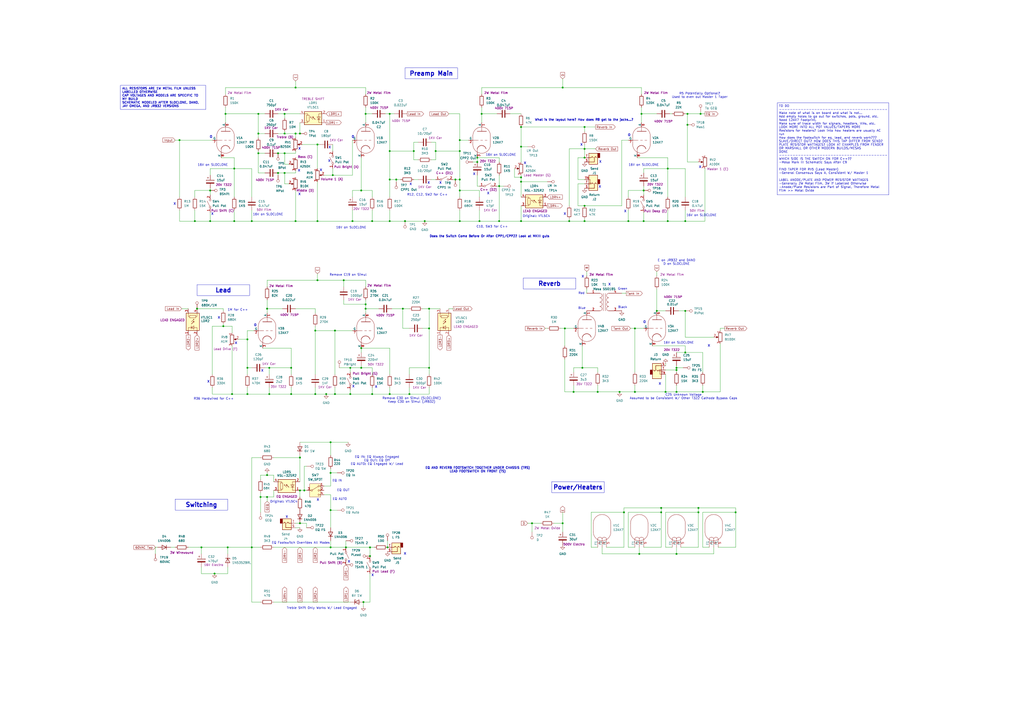
<source format=kicad_sch>
(kicad_sch (version 20250114) (generator "eeschema") (generator_version "9.0")
  (paper "A2")
  (text "X" (at 406.146 97.028 0) (effects (font (size 1.27 1.27) (thickness 0.254) (bold yes))))
  (text "X" (at 186.182 98.806 0) (effects (font (size 1.27 1.27) (thickness 0.254) (bold yes))))
  (text "Original: VTL5C4\n" (at 311.15 125.476 0) (effects (font (size 1.27 1.27))))
  (text "16V on SLOCLONE" (at 155.448 124.46 0) (effects (font (size 1.27 1.27))))
  (text "O" (at 373.888 186.944 0) (effects (font (size 1.27 1.27) (thickness 0.254) (bold yes))))
  (text "EQ AND REVERB FOOTSWITCH TOGETHER UNDER CHASSIS (TRS)\nLEAD FOOTSWITCH ON FRONT (TS)" (at 277.114 272.542 0) (effects (font (size 1.27 1.27) (thickness 0.254) (bold yes))))
  (text "X" (at 120.904 221.488 0) (effects (font (size 1.27 1.27) (thickness 0.254) (bold yes))))
  (text "C25 Unknown Voltage\nAssumed to be Consistent W/ Other T322 Cathode Bypass Caps" (at 396.494 230.124 0) (effects (font (size 1.27 1.27))))
  (text "X" (at 338.074 160.528 0) (effects (font (size 1.27 1.27) (thickness 0.254) (bold yes))))
  (text "C10, SW3 for C++" (at 285.496 131.572 0) (effects (font (size 1.27 1.27))))
  (text "X" (at 234.95 321.31 0) (effects (font (size 1.27 1.27) (thickness 0.254) (bold yes))))
  (text "X" (at 248.666 106.172 0) (effects (font (size 1.27 1.27) (thickness 0.254) (bold yes))))
  (text "X" (at 204.978 224.282 0) (effects (font (size 1.27 1.27) (thickness 0.254) (bold yes))))
  (text "X" (at 216.154 333.756 0) (effects (font (size 1.27 1.27) (thickness 0.254) (bold yes))))
  (text "X" (at 238.252 106.934 0) (effects (font (size 1.27 1.27) (thickness 0.254) (bold yes))))
  (text "X" (at 184.404 290.068 0) (effects (font (size 1.27 1.27) (thickness 0.254) (bold yes))))
  (text "16V on SLOCLONE" (at 406.908 124.968 0) (effects (font (size 1.27 1.27))))
  (text "16V on SLOCLONE" (at 373.38 95.758 0) (effects (font (size 1.27 1.27))))
  (text "X" (at 353.568 165.1 0) (effects (font (size 1.27 1.27) (thickness 0.254) (bold yes))))
  (text "X" (at 166.37 299.974 0) (effects (font (size 1.27 1.27) (thickness 0.254) (bold yes))))
  (text "Green" (at 361.188 167.64 0) (effects (font (size 1.27 1.27))))
  (text "X" (at 152.146 215.138 0) (effects (font (size 1.27 1.27) (thickness 0.254) (bold yes))))
  (text "EQ AUTO" (at 197.104 289.56 0) (effects (font (size 1.27 1.27))))
  (text "16V on SLOCLONE" (at 393.7 198.882 0) (effects (font (size 1.27 1.27))))
  (text "X" (at 337.312 84.074 0) (effects (font (size 1.27 1.27) (thickness 0.254) (bold yes))))
  (text "16V on SLOCLONE" (at 123.444 95.758 0) (effects (font (size 1.27 1.27))))
  (text "X" (at 101.346 118.364 0) (effects (font (size 1.27 1.27) (thickness 0.254) (bold yes))))
  (text "Treble Shift Only Works W/ Lead Engaged" (at 186.69 352.806 0) (effects (font (size 1.27 1.27))))
  (text "R36 Hardwired for C++" (at 123.952 231.394 0) (effects (font (size 1.27 1.27))))
  (text "Remove C30 on Simul (SLOCLONE)\nKeep C30 on Simul (JRB32)\n" (at 238.76 232.156 0) (effects (font (size 1.27 1.27))))
  (text "X" (at 382.778 222.758 0) (effects (font (size 1.27 1.27) (thickness 0.254) (bold yes))))
  (text "X" (at 304.546 94.742 0) (effects (font (size 1.27 1.27) (thickness 0.254) (bold yes))))
  (text "X" (at 348.234 93.98 0) (effects (font (size 1.27 1.27) (thickness 0.254) (bold yes))))
  (text "O" (at 364.998 78.486 0) (effects (font (size 1.27 1.27) (thickness 0.254) (bold yes))))
  (text "O" (at 148.082 188.722 0) (effects (font (size 1.27 1.27) (thickness 0.254) (bold yes))))
  (text "X" (at 255.524 106.172 0) (effects (font (size 1.27 1.27) (thickness 0.254) (bold yes))))
  (text "16V on SLOCLONE" (at 290.576 89.916 0) (effects (font (size 1.27 1.27))))
  (text "Red" (at 337.312 170.18 0) (effects (font (size 1.27 1.27))))
  (text "E on JRB32 and DANO\nD on SLOCLONE" (at 392.43 152.146 0) (effects (font (size 1.27 1.27))))
  (text "X" (at 173.482 99.06 0) (effects (font (size 1.27 1.27) (thickness 0.254) (bold yes))))
  (text "R5 Potentially Optional?\nUsed to even out Master 1 Taper" (at 405.892 55.372 0) (effects (font (size 1.27 1.27))))
  (text "EQ Footswitch Overrides All Modes" (at 174.498 314.96 0) (effects (font (size 1.27 1.27))))
  (text "X" (at 327.66 124.206 0) (effects (font (size 1.27 1.27) (thickness 0.254) (bold yes))))
  (text "Remove C19 on Simul" (at 201.93 159.512 0) (effects (font (size 1.27 1.27))))
  (text "R12, C12, SW2 for C++" (at 247.904 113.03 0) (effects (font (size 1.27 1.27))))
  (text "EQ IN" (at 195.58 278.892 0) (effects (font (size 1.27 1.27))))
  (text "EQ OUT" (at 199.136 284.48 0) (effects (font (size 1.27 1.27))))
  (text "X" (at 202.438 325.882 0) (effects (font (size 1.27 1.27) (thickness 0.254) (bold yes))))
  (text "X" (at 347.98 108.458 0) (effects (font (size 1.27 1.27) (thickness 0.254) (bold yes))))
  (text "X" (at 283.21 112.268 0) (effects (font (size 1.27 1.27) (thickness 0.254) (bold yes))))
  (text "X" (at 275.082 101.092 0) (effects (font (size 1.27 1.27) (thickness 0.254) (bold yes))))
  (text "Does the Switch Come Before Or After CPP1/CPP2? Look at MKIII guts" (at 283.972 137.16 0) (effects (font (size 1.27 1.27) (thickness 0.254) (bold yes))))
  (text "X" (at 362.712 122.682 0) (effects (font (size 1.27 1.27) (thickness 0.254) (bold yes))))
  (text "O" (at 122.428 79.502 0) (effects (font (size 1.27 1.27) (thickness 0.254) (bold yes))))
  (text "X" (at 173.736 86.36 0) (effects (font (size 1.27 1.27) (thickness 0.254) (bold yes))))
  (text "Blue" (at 337.566 178.816 0) (effects (font (size 1.27 1.27))))
  (text "X" (at 218.186 224.536 0) (effects (font (size 1.27 1.27) (thickness 0.254) (bold yes))))
  (text "X" (at 127 184.404 0) (effects (font (size 1.27 1.27) (thickness 0.254) (bold yes))))
  (text "16V on SLOCLONE" (at 203.708 132.08 0) (effects (font (size 1.27 1.27))))
  (text "X" (at 136.906 199.136 0) (effects (font (size 1.27 1.27) (thickness 0.254) (bold yes))))
  (text "X" (at 173.736 112.776 0) (effects (font (size 1.27 1.27) (thickness 0.254) (bold yes))))
  (text "O" (at 204.724 79.502 0) (effects (font (size 1.27 1.27) (thickness 0.254) (bold yes))))
  (text "X" (at 123.19 124.206 0) (effects (font (size 1.27 1.27) (thickness 0.254) (bold yes))))
  (text "X" (at 411.226 200.66 0) (effects (font (size 1.27 1.27) (thickness 0.254) (bold yes))))
  (text "What is the layout here? How does R8 get to the jacks...?" (at 338.836 69.596 0) (effects (font (size 1.27 1.27) (thickness 0.254) (bold yes))))
  (text "X" (at 191.008 93.472 0) (effects (font (size 1.27 1.27) (thickness 0.254) (bold yes))))
  (text "X" (at 191.262 85.598 0) (effects (font (size 1.27 1.27) (thickness 0.254) (bold yes))))
  (text "Original: VTL5C4\n" (at 164.592 291.084 0) (effects (font (size 1.27 1.27))))
  (text "1M for C++" (at 137.922 179.832 0) (effects (font (size 1.27 1.27))))
  (text "EQ IN: EQ Always Engaged\nEQ OUT: EQ Off\nEQ AUTO: EQ Engaged W/ Lead" (at 218.694 267.208 0) (effects (font (size 1.27 1.27))))
  (text "Black" (at 361.188 178.308 0) (effects (font (size 1.27 1.27))))
  (text_box "Lead" (at 114.3 165.1 0) (size 30.48 6.35) (margins 0.9525 0.9525 0.9525 0.9525) (effects (font (size 2.54 2.54) (thickness 0.508) (bold yes))))
  (text_box "ALL RESISTORS ARE 1W METAL FILM UNLESS LABELLED OTHERWISE\nCAP VOLTAGES AND MODELS ARE SPECIFIC TO MY BUILD\nSCHEMATIC MODELED AFTER SLOCLONE, DANO, JAY OMEGA, AND JRB32 VERSIONS" (at 69.85 49.53 0) (size 49.53 13.97) (margins 0.9525 0.9525 0.9525 0.9525) (effects (font (size 1.27 1.27) (thickness 0.254) (bold yes)) (justify left top)))
  (text_box "Reverb" (at 303.53 161.29 0) (size 30.48 6.35) (margins 0.9525 0.9525 0.9525 0.9525) (effects (font (size 2.54 2.54) (thickness 0.508) (bold yes))))
  (text_box "TO DO\n----------------------------------------\nMake note of what is on board and what is not...\nAdd empty holes to go out for switches, pots, ground, etc.\nNeed 12AX7 Footprint.\nMake sure of trace width for signals, headters, VIAs, etc.\nLOOK MORE INTO ALL POT VALUES/TAPERS MORE\nResistors for heaters? Look into how heaters are usually AC run\nHow does the footswitch for eq, lead, and reverb work???\nSLAVE/DIRECT OUT? HOW DOES THIS TAP DIFFER FROM SEND?\nPLATE RESISTOR WATTAGES? LOOK AT EXAMPLES FROM FENDER OR MARSHALL OR OTHER MODERN BUILDS/MESAS\nDONE\n----------------------------------------\nWHICH SIDE IS THE SWITCH ON FOR C++??\n-Mesa Mark III Schematic Says After C9\n\nFIND TAPER FOR RV5 (Lead Master)\n-General Consensus Says A, Consistent W/ Master 1\n\nLABEL ANODE/PLATE AND POWER RESISTOR WATTAGES\n-Generally 2W Metal Film, 3W if Labelled Otherwise\n-Anode/Plate Resistors are Part of Signal, Therefore Metal Film >> Metal Oxide" (at 450.85 59.69 0) (size 64.77 53.34) (margins 0.9525 0.9525 0.9525 0.9525) (effects (font (size 1.27 1.27)) (justify left top)))
  (text_box "Preamp Main\n" (at 234.95 39.37 0) (size 30.48 6.35) (margins 0.9525 0.9525 0.9525 0.9525) (effects (font (size 2.54 2.54) (thickness 0.508) (bold yes))))
  (text_box "Switching" (at 101.6 289.56 0) (size 30.48 6.35) (margins 0.9525 0.9525 0.9525 0.9525) (effects (font (size 2.54 2.54) (thickness 0.508) (bold yes))))
  (text_box "Power/Heaters\n" (at 320.04 279.4 0) (size 30.48 6.35) (margins 0.9525 0.9525 0.9525 0.9525) (effects (font (size 2.54 2.54) (thickness 0.508) (bold yes))))
  (junction (at 405.13 294.64))
  (junction (at 199.39 162.56))
  (junction (at 398.78 66.04))
  (junction (at 346.71 227.33))
  (junction (at 130.81 66.04))
  (junction (at 114.3 179.07))
  (junction (at 326.39 50.8))
  (junction (at 121.92 110.49))
  (junction (at 392.43 214.63))
  (junction (at 339.09 119.38))
  (junction (at 173.99 77.47))
  (junction (at 233.68 179.07))
  (junction (at 129.54 189.23))
  (junction (at 226.06 104.14))
  (junction (at 387.35 128.27))
  (junction (at 161.29 100.33))
  (junction (at 266.7 81.28))
  (junction (at 229.87 104.14))
  (junction (at 308.61 303.53))
  (junction (at 383.54 297.18))
  (junction (at 194.31 228.6))
  (junction (at 143.51 196.85))
  (junction (at 191.77 295.91))
  (junction (at 176.53 284.48))
  (junction (at 165.1 66.04))
  (junction (at 226.06 66.04))
  (junction (at 214.63 317.5))
  (junction (at 373.38 128.27))
  (junction (at 330.2 128.27))
  (junction (at 134.62 228.6))
  (junction (at 226.06 128.27))
  (junction (at 146.05 128.27))
  (junction (at 182.88 228.6))
  (junction (at 203.2 228.6))
  (junction (at 171.45 77.47))
  (junction (at 135.89 97.79))
  (junction (at 405.13 297.18))
  (junction (at 173.99 265.43))
  (junction (at 189.23 228.6))
  (junction (at 237.49 228.6))
  (junction (at 171.45 50.8))
  (junction (at 200.66 317.5))
  (junction (at 161.29 88.9))
  (junction (at 248.92 179.07))
  (junction (at 210.82 349.25))
  (junction (at 226.06 228.6))
  (junction (at 368.3 190.5))
  (junction (at 392.43 227.33))
  (junction (at 135.89 128.27))
  (junction (at 381 180.34))
  (junction (at 124.46 332.74))
  (junction (at 264.16 104.14))
  (junction (at 151.13 288.29))
  (junction (at 143.51 228.6))
  (junction (at 156.21 228.6))
  (junction (at 191.77 317.5))
  (junction (at 302.26 85.09))
  (junction (at 156.21 213.36))
  (junction (at 426.72 297.18))
  (junction (at 302.26 105.41))
  (junction (at 266.7 110.49))
  (junction (at 289.56 107.95))
  (junction (at 113.03 128.27))
  (junction (at 240.03 87.63))
  (junction (at 248.92 190.5))
  (junction (at 215.9 128.27))
  (junction (at 149.86 77.47))
  (junction (at 154.94 179.07))
  (junction (at 337.82 213.36))
  (junction (at 339.09 73.66))
  (junction (at 276.86 93.98))
  (junction (at 168.91 228.6))
  (junction (at 406.4 66.04))
  (junction (at 226.06 87.63))
  (junction (at 398.78 72.39))
  (junction (at 204.47 128.27))
  (junction (at 252.73 87.63))
  (junction (at 173.99 303.53))
  (junction (at 184.15 83.82))
  (junction (at 168.91 213.36))
  (junction (at 171.45 128.27))
  (junction (at 266.7 128.27))
  (junction (at 302.26 102.87))
  (junction (at 194.31 191.77))
  (junction (at 209.55 201.93))
  (junction (at 392.43 213.36))
  (junction (at 154.94 288.29))
  (junction (at 165.1 77.47))
  (junction (at 165.1 100.33))
  (junction (at 372.11 66.04))
  (junction (at 173.99 284.48))
  (junction (at 407.67 227.33))
  (junction (at 184.15 162.56))
  (junction (at 302.26 128.27))
  (junction (at 266.7 87.63))
  (junction (at 143.51 213.36))
  (junction (at 246.38 128.27))
  (junction (at 370.84 321.31))
  (junction (at 182.88 191.77))
  (junction (at 184.15 128.27))
  (junction (at 364.49 128.27))
  (junction (at 146.05 317.5))
  (junction (at 214.63 322.58))
  (junction (at 104.14 81.28))
  (junction (at 327.66 190.5))
  (junction (at 397.51 204.47))
  (junction (at 132.08 317.5))
  (junction (at 121.92 128.27))
  (junction (at 383.54 294.64))
  (junction (at 302.26 73.66))
  (junction (at 278.13 128.27))
  (junction (at 386.08 227.33))
  (junction (at 387.35 97.79))
  (junction (at 193.04 101.6))
  (junction (at 215.9 228.6))
  (junction (at 339.09 91.44))
  (junction (at 339.09 86.36))
  (junction (at 373.38 110.49))
  (junction (at 397.51 180.34))
  (junction (at 191.77 274.32))
  (junction (at 149.86 66.04))
  (junction (at 212.09 179.07))
  (junction (at 209.55 110.49))
  (junction (at 165.1 88.9))
  (junction (at 203.2 213.36))
  (junction (at 279.4 66.04))
  (junction (at 332.74 227.33))
  (junction (at 224.79 317.5))
  (junction (at 359.41 227.33))
  (junction (at 154.94 275.59))
  (junction (at 212.09 66.04))
  (junction (at 276.86 91.44))
  (junction (at 397.51 128.27))
  (junction (at 339.09 128.27))
  (junction (at 266.7 104.14))
  (junction (at 392.43 321.31))
  (junction (at 248.92 213.36))
  (junction (at 361.95 297.18))
  (junction (at 149.86 88.9))
  (junction (at 191.77 256.54))
  (junction (at 234.95 128.27))
  (junction (at 368.3 227.33))
  (junction (at 289.56 128.27))
  (junction (at 116.84 317.5))
  (junction (at 209.55 213.36))
  (junction (at 212.09 176.53))
  (junction (at 326.39 303.53))
  (wire (pts (xy 426.72 297.18) (xy 426.72 317.5)))
  (wire (pts (xy 252.73 82.55) (xy 252.73 87.63)))
  (wire (pts (xy 121.92 109.22) (xy 121.92 110.49)))
  (wire (pts (xy 193.04 101.6) (xy 204.47 101.6)))
  (wire (pts (xy 90.17 321.31) (xy 90.17 317.5)))
  (wire (pts (xy 397.51 121.92) (xy 397.51 128.27)))
  (wire (pts (xy 226.06 66.04) (xy 226.06 87.63)))
  (wire (pts (xy 237.49 228.6) (xy 226.06 228.6)))
  (wire (pts (xy 351.79 317.5) (xy 361.95 317.5)))
  (wire (pts (xy 163.83 179.07) (xy 154.94 179.07)))
  (wire (pts (xy 298.45 102.87) (xy 302.26 102.87)))
  (wire (pts (xy 359.41 227.33) (xy 346.71 227.33)))
  (wire (pts (xy 405.13 93.98) (xy 398.78 93.98)))
  (wire (pts (xy 386.08 217.17) (xy 386.08 227.33)))
  (wire (pts (xy 212.09 162.56) (xy 212.09 166.37)))
  (wire (pts (xy 156.21 213.36) (xy 168.91 213.36)))
  (wire (pts (xy 242.57 82.55) (xy 240.03 82.55)))
  (wire (pts (xy 165.1 100.33) (xy 165.1 106.68)))
  (wire (pts (xy 191.77 313.69) (xy 191.77 317.5)))
  (wire (pts (xy 165.1 88.9) (xy 171.45 88.9)))
  (wire (pts (xy 199.39 162.56) (xy 212.09 162.56)))
  (wire (pts (xy 189.23 228.6) (xy 182.88 228.6)))
  (wire (pts (xy 289.56 91.44) (xy 276.86 91.44)))
  (wire (pts (xy 196.85 213.36) (xy 203.2 213.36)))
  (wire (pts (xy 158.75 288.29) (xy 154.94 288.29)))
  (wire (pts (xy 397.51 204.47) (xy 407.67 204.47)))
  (wire (pts (xy 171.45 303.53) (xy 173.99 303.53)))
  (wire (pts (xy 369.57 91.44) (xy 387.35 91.44)))
  (wire (pts (xy 182.88 224.79) (xy 182.88 228.6)))
  (wire (pts (xy 321.31 303.53) (xy 326.39 303.53)))
  (wire (pts (xy 240.03 82.55) (xy 240.03 87.63)))
  (wire (pts (xy 171.45 306.07) (xy 173.99 306.07)))
  (wire (pts (xy 266.7 81.28) (xy 266.7 87.63)))
  (wire (pts (xy 123.19 224.79) (xy 123.19 228.6)))
  (wire (pts (xy 416.56 317.5) (xy 426.72 317.5)))
  (wire (pts (xy 165.1 66.04) (xy 165.1 68.58)))
  (wire (pts (xy 226.06 228.6) (xy 215.9 228.6)))
  (wire (pts (xy 154.94 162.56) (xy 184.15 162.56)))
  (wire (pts (xy 252.73 87.63) (xy 252.73 92.71)))
  (wire (pts (xy 165.1 100.33) (xy 171.45 100.33)))
  (wire (pts (xy 212.09 173.99) (xy 212.09 176.53)))
  (wire (pts (xy 171.45 100.33) (xy 171.45 99.06)))
  (wire (pts (xy 426.72 294.64) (xy 426.72 297.18)))
  (wire (pts (xy 215.9 121.92) (xy 215.9 128.27)))
  (wire (pts (xy 226.06 87.63) (xy 226.06 104.14)))
  (wire (pts (xy 161.29 88.9) (xy 165.1 88.9)))
  (wire (pts (xy 386.08 297.18) (xy 405.13 297.18)))
  (wire (pts (xy 184.15 162.56) (xy 199.39 162.56)))
  (wire (pts (xy 182.88 191.77) (xy 194.31 191.77)))
  (wire (pts (xy 370.84 321.31) (xy 370.84 317.5)))
  (wire (pts (xy 171.45 50.8) (xy 212.09 50.8)))
  (wire (pts (xy 233.68 190.5) (xy 237.49 190.5)))
  (wire (pts (xy 130.81 54.61) (xy 130.81 50.8)))
  (wire (pts (xy 129.54 189.23) (xy 129.54 187.96)))
  (wire (pts (xy 143.51 196.85) (xy 143.51 191.77)))
  (wire (pts (xy 302.26 119.38) (xy 302.26 128.27)))
  (wire (pts (xy 332.74 213.36) (xy 337.82 213.36)))
  (wire (pts (xy 171.45 128.27) (xy 184.15 128.27)))
  (wire (pts (xy 154.94 288.29) (xy 151.13 288.29)))
  (wire (pts (xy 209.55 201.93) (xy 209.55 204.47)))
  (wire (pts (xy 134.62 189.23) (xy 134.62 193.04)))
  (wire (pts (xy 346.71 227.33) (xy 346.71 223.52)))
  (wire (pts (xy 114.3 179.07) (xy 129.54 179.07)))
  (wire (pts (xy 171.45 46.99) (xy 171.45 50.8)))
  (wire (pts (xy 289.56 101.6) (xy 289.56 107.95)))
  (wire (pts (xy 386.08 317.5) (xy 386.08 297.18)))
  (wire (pts (xy 302.26 102.87) (xy 302.26 105.41)))
  (wire (pts (xy 151.13 275.59) (xy 151.13 278.13)))
  (wire (pts (xy 368.3 227.33) (xy 359.41 227.33)))
  (wire (pts (xy 393.7 180.34) (xy 397.51 180.34)))
  (wire (pts (xy 339.09 73.66) (xy 302.26 73.66)))
  (wire (pts (xy 407.67 297.18) (xy 426.72 297.18)))
  (wire (pts (xy 146.05 97.79) (xy 146.05 114.3)))
  (wire (pts (xy 266.7 66.04) (xy 266.7 81.28)))
  (wire (pts (xy 203.2 213.36) (xy 209.55 213.36)))
  (wire (pts (xy 327.66 208.28) (xy 327.66 227.33)))
  (wire (pts (xy 191.77 287.02) (xy 191.77 295.91)))
  (wire (pts (xy 104.14 128.27) (xy 113.03 128.27)))
  (wire (pts (xy 143.51 196.85) (xy 143.51 213.36)))
  (wire (pts (xy 327.66 190.5) (xy 327.66 200.66)))
  (wire (pts (xy 129.54 189.23) (xy 134.62 189.23)))
  (wire (pts (xy 360.68 81.28) (xy 360.68 119.38)))
  (wire (pts (xy 177.8 306.07) (xy 177.8 303.53)))
  (wire (pts (xy 248.92 228.6) (xy 237.49 228.6)))
  (wire (pts (xy 143.51 213.36) (xy 146.05 213.36)))
  (wire (pts (xy 392.43 213.36) (xy 392.43 214.63)))
  (wire (pts (xy 158.75 349.25) (xy 203.2 349.25)))
  (wire (pts (xy 386.08 210.82) (xy 386.08 212.09)))
  (wire (pts (xy 229.87 104.14) (xy 232.41 104.14)))
  (wire (pts (xy 405.13 297.18) (xy 405.13 317.5)))
  (wire (pts (xy 176.53 270.51) (xy 176.53 284.48)))
  (wire (pts (xy 154.94 288.29) (xy 154.94 290.83)))
  (wire (pts (xy 248.92 179.07) (xy 248.92 190.5)))
  (wire (pts (xy 302.26 128.27) (xy 289.56 128.27)))
  (wire (pts (xy 332.74 227.33) (xy 346.71 227.33)))
  (wire (pts (xy 368.3 317.5) (xy 364.49 317.5)))
  (wire (pts (xy 417.83 199.39) (xy 417.83 227.33)))
  (wire (pts (xy 143.51 224.79) (xy 143.51 228.6)))
  (wire (pts (xy 308.61 303.53) (xy 313.69 303.53)))
  (wire (pts (xy 262.89 104.14) (xy 264.16 104.14)))
  (wire (pts (xy 132.08 317.5) (xy 146.05 317.5)))
  (wire (pts (xy 182.88 228.6) (xy 168.91 228.6)))
  (wire (pts (xy 151.13 285.75) (xy 151.13 288.29)))
  (wire (pts (xy 237.49 213.36) (xy 248.92 213.36)))
  (wire (pts (xy 158.75 275.59) (xy 158.75 279.4)))
  (wire (pts (xy 165.1 106.68) (xy 167.64 106.68)))
  (wire (pts (xy 135.89 97.79) (xy 146.05 97.79)))
  (wire (pts (xy 138.43 196.85) (xy 143.51 196.85)))
  (wire (pts (xy 146.05 265.43) (xy 146.05 317.5)))
  (wire (pts (xy 229.87 105.41) (xy 229.87 104.14)))
  (wire (pts (xy 223.52 66.04) (xy 226.06 66.04)))
  (wire (pts (xy 349.25 317.5) (xy 349.25 321.31)))
  (wire (pts (xy 146.05 128.27) (xy 146.05 121.92)))
  (wire (pts (xy 161.29 100.33) (xy 161.29 101.6)))
  (wire (pts (xy 149.86 77.47) (xy 153.67 77.47)))
  (wire (pts (xy 274.32 93.98) (xy 276.86 93.98)))
  (wire (pts (xy 237.49 217.17) (xy 237.49 213.36)))
  (wire (pts (xy 154.94 274.32) (xy 154.94 275.59)))
  (wire (pts (xy 397.51 200.66) (xy 397.51 204.47)))
  (wire (pts (xy 339.09 91.44) (xy 335.28 91.44)))
  (wire (pts (xy 387.35 97.79) (xy 397.51 97.79)))
  (wire (pts (xy 173.99 256.54) (xy 191.77 256.54)))
  (wire (pts (xy 212.09 50.8) (xy 212.09 54.61)))
  (wire (pts (xy 339.09 86.36) (xy 330.2 86.36)))
  (wire (pts (xy 187.96 287.02) (xy 191.77 287.02)))
  (wire (pts (xy 248.92 213.36) (xy 248.92 217.17)))
  (wire (pts (xy 248.92 179.07) (xy 255.27 179.07)))
  (wire (pts (xy 149.86 100.33) (xy 153.67 100.33)))
  (wire (pts (xy 173.99 284.48) (xy 173.99 288.29)))
  (wire (pts (xy 203.2 228.6) (xy 203.2 226.06)))
  (wire (pts (xy 154.94 179.07) (xy 154.94 181.61)))
  (wire (pts (xy 279.4 62.23) (xy 279.4 66.04)))
  (wire (pts (xy 149.86 66.04) (xy 149.86 77.47)))
  (wire (pts (xy 364.49 110.49) (xy 373.38 110.49)))
  (wire (pts (xy 372.11 62.23) (xy 372.11 66.04)))
  (wire (pts (xy 233.68 179.07) (xy 237.49 179.07)))
  (wire (pts (xy 182.88 181.61) (xy 182.88 179.07)))
  (wire (pts (xy 363.22 170.18) (xy 360.68 170.18)))
  (wire (pts (xy 383.54 294.64) (xy 405.13 294.64)))
  (wire (pts (xy 266.7 81.28) (xy 271.78 81.28)))
  (wire (pts (xy 214.63 332.74) (xy 214.63 349.25)))
  (wire (pts (xy 228.6 66.04) (xy 226.06 66.04)))
  (wire (pts (xy 245.11 190.5) (xy 248.92 190.5)))
  (wire (pts (xy 182.88 189.23) (xy 182.88 191.77)))
  (wire (pts (xy 364.49 114.3) (xy 364.49 110.49)))
  (wire (pts (xy 339.09 83.82) (xy 339.09 86.36)))
  (wire (pts (xy 130.81 66.04) (xy 130.81 71.12)))
  (wire (pts (xy 387.35 121.92) (xy 387.35 128.27)))
  (wire (pts (xy 381 167.64) (xy 381 180.34)))
  (wire (pts (xy 158.75 317.5) (xy 191.77 317.5)))
  (wire (pts (xy 306.07 303.53) (xy 308.61 303.53)))
  (wire (pts (xy 279.4 54.61) (xy 279.4 50.8)))
  (wire (pts (xy 143.51 228.6) (xy 156.21 228.6)))
  (wire (pts (xy 121.92 97.79) (xy 135.89 97.79)))
  (wire (pts (xy 132.08 332.74) (xy 132.08 328.93)))
  (wire (pts (xy 182.88 191.77) (xy 182.88 217.17)))
  (wire (pts (xy 339.09 106.68) (xy 335.28 106.68)))
  (wire (pts (xy 199.39 173.99) (xy 199.39 176.53)))
  (wire (pts (xy 135.89 97.79) (xy 135.89 114.3)))
  (wire (pts (xy 226.06 128.27) (xy 234.95 128.27)))
  (wire (pts (xy 340.36 157.48) (xy 340.36 160.02)))
  (wire (pts (xy 153.67 213.36) (xy 156.21 213.36)))
  (wire (pts (xy 260.35 179.07) (xy 262.89 179.07)))
  (wire (pts (xy 346.71 213.36) (xy 346.71 215.9)))
  (wire (pts (xy 171.45 77.47) (xy 171.45 80.01)))
  (wire (pts (xy 278.13 128.27) (xy 278.13 121.92)))
  (wire (pts (xy 337.82 200.66) (xy 337.82 213.36)))
  (wire (pts (xy 339.09 119.38) (xy 360.68 119.38)))
  (wire (pts (xy 171.45 110.49) (xy 171.45 128.27)))
  (wire (pts (xy 158.75 265.43) (xy 173.99 265.43)))
  (wire (pts (xy 173.99 77.47) (xy 173.99 71.12)))
  (wire (pts (xy 184.15 105.41) (xy 184.15 128.27)))
  (wire (pts (xy 146.05 349.25) (xy 151.13 349.25)))
  (wire (pts (xy 184.15 128.27) (xy 204.47 128.27)))
  (wire (pts (xy 214.63 317.5) (xy 214.63 322.58)))
  (wire (pts (xy 175.26 83.82) (xy 184.15 83.82)))
  (wire (pts (xy 165.1 77.47) (xy 161.29 77.47)))
  (wire (pts (xy 121.92 97.79) (xy 121.92 101.6)))
  (wire (pts (xy 173.99 264.16) (xy 173.99 265.43)))
  (wire (pts (xy 364.49 317.5) (xy 364.49 297.18)))
  (wire (pts (xy 209.55 201.93) (xy 226.06 201.93)))
  (wire (pts (xy 383.54 297.18) (xy 383.54 317.5)))
  (wire (pts (xy 386.08 317.5) (xy 389.89 317.5)))
  (wire (pts (xy 194.31 228.6) (xy 189.23 228.6)))
  (wire (pts (xy 116.84 328.93) (xy 116.84 332.74)))
  (wire (pts (xy 302.26 101.6) (xy 302.26 102.87)))
  (wire (pts (xy 193.04 101.6) (xy 193.04 97.79)))
  (wire (pts (xy 168.91 213.36) (xy 168.91 217.17)))
  (wire (pts (xy 332.74 215.9) (xy 332.74 213.36)))
  (wire (pts (xy 414.02 317.5) (xy 414.02 321.31)))
  (wire (pts (xy 187.96 101.6) (xy 193.04 101.6)))
  (wire (pts (xy 370.84 321.31) (xy 392.43 321.31)))
  (wire (pts (xy 123.19 217.17) (xy 123.19 189.23)))
  (wire (pts (xy 105.41 179.07) (xy 109.22 179.07)))
  (wire (pts (xy 361.95 297.18) (xy 361.95 294.64)))
  (wire (pts (xy 392.43 212.09) (xy 392.43 213.36)))
  (wire (pts (xy 394.97 317.5) (xy 405.13 317.5)))
  (wire (pts (xy 212.09 176.53) (xy 212.09 179.07)))
  (wire (pts (xy 302.26 85.09) (xy 302.26 93.98)))
  (wire (pts (xy 332.74 223.52) (xy 332.74 227.33)))
  (wire (pts (xy 226.06 224.79) (xy 226.06 228.6)))
  (wire (pts (xy 373.38 107.95) (xy 373.38 110.49)))
  (wire (pts (xy 168.91 201.93) (xy 168.91 213.36)))
  (wire (pts (xy 417.83 227.33) (xy 407.67 227.33)))
  (wire (pts (xy 361.95 297.18) (xy 342.9 297.18)))
  (wire (pts (xy 396.24 213.36) (xy 392.43 213.36)))
  (wire (pts (xy 210.82 351.79) (xy 210.82 349.25)))
  (wire (pts (xy 116.84 321.31) (xy 116.84 317.5)))
  (wire (pts (xy 387.35 91.44) (xy 387.35 97.79)))
  (wire (pts (xy 246.38 128.27) (xy 266.7 128.27)))
  (wire (pts (xy 279.4 50.8) (xy 326.39 50.8)))
  (wire (pts (xy 204.47 101.6) (xy 204.47 81.28)))
  (wire (pts (xy 266.7 110.49) (xy 278.13 110.49)))
  (wire (pts (xy 116.84 332.74) (xy 124.46 332.74)))
  (wire (pts (xy 373.38 123.19) (xy 373.38 128.27)))
  (wire (pts (xy 397.51 180.34) (xy 397.51 195.58)))
  (wire (pts (xy 349.25 321.31) (xy 370.84 321.31)))
  (wire (pts (xy 279.4 66.04) (xy 279.4 71.12)))
  (wire (pts (xy 194.31 191.77) (xy 194.31 217.17)))
  (wire (pts (xy 252.73 92.71) (xy 250.19 92.71)))
  (wire (pts (xy 364.49 128.27) (xy 339.09 128.27)))
  (wire (pts (xy 177.8 303.53) (xy 173.99 303.53)))
  (wire (pts (xy 398.78 66.04) (xy 398.78 72.39)))
  (wire (pts (xy 204.47 121.92) (xy 204.47 128.27)))
  (wire (pts (xy 397.51 97.79) (xy 397.51 114.3)))
  (wire (pts (xy 151.13 265.43) (xy 146.05 265.43)))
  (wire (pts (xy 266.7 110.49) (xy 266.7 114.3)))
  (wire (pts (xy 335.28 119.38) (xy 339.09 119.38)))
  (wire (pts (xy 215.9 128.27) (xy 226.06 128.27)))
  (wire (pts (xy 278.13 110.49) (xy 278.13 114.3)))
  (wire (pts (xy 146.05 128.27) (xy 171.45 128.27)))
  (wire (pts (xy 252.73 104.14) (xy 250.19 104.14)))
  (wire (pts (xy 203.2 215.9) (xy 203.2 213.36)))
  (wire (pts (xy 109.22 317.5) (xy 116.84 317.5)))
  (wire (pts (xy 245.11 179.07) (xy 248.92 179.07)))
  (wire (pts (xy 266.7 128.27) (xy 278.13 128.27)))
  (wire (pts (xy 204.47 114.3) (xy 204.47 110.49)))
  (wire (pts (xy 289.56 107.95) (xy 292.1 107.95)))
  (wire (pts (xy 212.09 179.07) (xy 212.09 181.61)))
  (wire (pts (xy 406.4 66.04) (xy 408.94 66.04)))
  (wire (pts (xy 398.78 72.39) (xy 398.78 93.98)))
  (wire (pts (xy 184.15 83.82) (xy 184.15 97.79)))
  (wire (pts (xy 151.13 288.29) (xy 151.13 297.18)))
  (wire (pts (xy 327.66 227.33) (xy 332.74 227.33)))
  (wire (pts (xy 387.35 128.27) (xy 397.51 128.27)))
  (wire (pts (xy 156.21 213.36) (xy 156.21 217.17)))
  (wire (pts (xy 226.06 87.63) (xy 240.03 87.63)))
  (wire (pts (xy 135.89 128.27) (xy 146.05 128.27)))
  (wire (pts (xy 165.1 95.25) (xy 167.64 95.25)))
  (wire (pts (xy 342.9 297.18) (xy 342.9 317.5)))
  (wire (pts (xy 130.81 66.04) (xy 149.86 66.04)))
  (wire (pts (xy 121.92 110.49) (xy 113.03 110.49)))
  (wire (pts (xy 373.38 110.49) (xy 373.38 113.03)))
  (wire (pts (xy 325.12 190.5) (xy 327.66 190.5)))
  (wire (pts (xy 212.09 62.23) (xy 212.09 66.04)))
  (wire (pts (xy 158.75 284.48) (xy 158.75 288.29)))
  (wire (pts (xy 298.45 97.79) (xy 298.45 102.87)))
  (wire (pts (xy 90.17 317.5) (xy 91.44 317.5)))
  (wire (pts (xy 326.39 45.72) (xy 326.39 50.8)))
  (wire (pts (xy 209.55 213.36) (xy 215.9 213.36)))
  (wire (pts (xy 339.09 127) (xy 339.09 128.27)))
  (wire (pts (xy 289.56 107.95) (xy 289.56 128.27)))
  (wire (pts (xy 383.54 317.5) (xy 373.38 317.5)))
  (wire (pts (xy 154.94 162.56) (xy 154.94 166.37)))
  (wire (pts (xy 130.81 62.23) (xy 130.81 66.04)))
  (wire (pts (xy 128.27 91.44) (xy 135.89 91.44)))
  (wire (pts (xy 143.51 213.36) (xy 143.51 217.17)))
  (wire (pts (xy 326.39 50.8) (xy 372.11 50.8)))
  (wire (pts (xy 372.11 50.8) (xy 372.11 54.61)))
  (wire (pts (xy 194.31 224.79) (xy 194.31 228.6)))
  (wire (pts (xy 226.06 201.93) (xy 226.06 217.17)))
  (wire (pts (xy 242.57 104.14) (xy 240.03 104.14)))
  (wire (pts (xy 361.95 317.5) (xy 361.95 297.18)))
  (wire (pts (xy 383.54 294.64) (xy 383.54 297.18)))
  (wire (pts (xy 330.2 86.36) (xy 330.2 119.38)))
  (wire (pts (xy 149.86 87.63) (xy 149.86 88.9)))
  (wire (pts (xy 177.8 284.48) (xy 176.53 284.48)))
  (wire (pts (xy 364.49 297.18) (xy 383.54 297.18)))
  (wire (pts (xy 153.67 66.04) (xy 149.86 66.04)))
  (wire (pts (xy 185.42 83.82) (xy 184.15 83.82)))
  (wire (pts (xy 266.7 121.92) (xy 266.7 128.27)))
  (wire (pts (xy 398.78 66.04) (xy 406.4 66.04)))
  (wire (pts (xy 149.86 77.47) (xy 149.86 80.01)))
  (wire (pts (xy 146.05 317.5) (xy 151.13 317.5)))
  (wire (pts (xy 165.1 77.47) (xy 171.45 77.47)))
  (wire (pts (xy 417.83 191.77) (xy 417.83 190.5)))
  (wire (pts (xy 226.06 104.14) (xy 226.06 114.3)))
  (wire (pts (xy 405.13 294.64) (xy 405.13 297.18)))
  (wire (pts (xy 361.95 294.64) (xy 383.54 294.64)))
  (wire (pts (xy 335.28 106.68) (xy 335.28 119.38)))
  (wire (pts (xy 302.26 105.41) (xy 302.26 114.3)))
  (wire (pts (xy 113.03 121.92) (xy 113.03 128.27)))
  (wire (pts (xy 215.9 213.36) (xy 215.9 217.17)))
  (wire (pts (xy 392.43 214.63) (xy 392.43 215.9)))
  (wire (pts (xy 264.16 104.14) (xy 266.7 104.14)))
  (wire (pts (xy 200.66 313.69) (xy 200.66 317.5)))
  (wire (pts (xy 237.49 224.79) (xy 237.49 228.6)))
  (wire (pts (xy 289.56 93.98) (xy 289.56 91.44)))
  (wire (pts (xy 405.13 294.64) (xy 426.72 294.64)))
  (wire (pts (xy 194.31 228.6) (xy 203.2 228.6)))
  (wire (pts (xy 104.14 81.28) (xy 104.14 114.3)))
  (wire (pts (xy 156.21 228.6) (xy 168.91 228.6)))
  (wire (pts (xy 266.7 104.14) (xy 266.7 110.49)))
  (wire (pts (xy 226.06 104.14) (xy 229.87 104.14)))
  (wire (pts (xy 364.49 121.92) (xy 364.49 128.27)))
  (wire (pts (xy 161.29 66.04) (xy 165.1 66.04)))
  (wire (pts (xy 113.03 128.27) (xy 121.92 128.27)))
  (wire (pts (xy 276.86 107.95) (xy 278.13 107.95)))
  (wire (pts (xy 326.39 297.18) (xy 326.39 303.53)))
  (wire (pts (xy 116.84 317.5) (xy 132.08 317.5)))
  (wire (pts (xy 398.78 66.04) (xy 397.51 66.04)))
  (wire (pts (xy 123.19 189.23) (xy 129.54 189.23)))
  (wire (pts (xy 123.19 228.6) (xy 134.62 228.6)))
  (wire (pts (xy 288.29 107.95) (xy 289.56 107.95)))
  (wire (pts (xy 199.39 162.56) (xy 199.39 166.37)))
  (wire (pts (xy 191.77 281.94) (xy 187.96 281.94)))
  (wire (pts (xy 387.35 97.79) (xy 387.35 114.3)))
  (wire (pts (xy 248.92 224.79) (xy 248.92 228.6)))
  (wire (pts (xy 135.89 121.92) (xy 135.89 128.27)))
  (wire (pts (xy 209.55 110.49) (xy 215.9 110.49)))
  (wire (pts (xy 171.45 77.47) (xy 173.99 77.47)))
  (wire (pts (xy 217.17 317.5) (xy 214.63 317.5)))
  (wire (pts (xy 368.3 190.5) (xy 368.3 215.9)))
  (wire (pts (xy 373.38 128.27) (xy 387.35 128.27)))
  (wire (pts (xy 330.2 127) (xy 330.2 128.27)))
  (wire (pts (xy 165.1 66.04) (xy 173.99 66.04)))
  (wire (pts (xy 184.15 158.75) (xy 184.15 162.56)))
  (wire (pts (xy 386.08 214.63) (xy 392.43 214.63)))
  (wire (pts (xy 215.9 228.6) (xy 215.9 224.79)))
  (wire (pts (xy 279.4 66.04) (xy 288.29 66.04)))
  (wire (pts (xy 266.7 87.63) (xy 252.73 87.63)))
  (wire (pts (xy 227.33 179.07) (xy 233.68 179.07)))
  (wire (pts (xy 158.75 275.59) (xy 154.94 275.59)))
  (wire (pts (xy 168.91 228.6) (xy 168.91 224.79)))
  (wire (pts (xy 104.14 121.92) (xy 104.14 128.27)))
  (wire (pts (xy 177.8 270.51) (xy 176.53 270.51)))
  (wire (pts (xy 392.43 204.47) (xy 397.51 204.47)))
  (wire (pts (xy 212.09 66.04) (xy 215.9 66.04)))
  (wire (pts (xy 381 157.48) (xy 381 160.02)))
  (wire (pts (xy 392.43 223.52) (xy 392.43 227.33)))
  (wire (pts (xy 302.26 85.09) (xy 306.07 85.09)))
  (wire (pts (xy 278.13 128.27) (xy 289.56 128.27)))
  (wire (pts (xy 121.92 110.49) (xy 121.92 113.03)))
  (wire (pts (xy 215.9 110.49) (xy 215.9 114.3)))
  (wire (pts (xy 337.82 213.36) (xy 346.71 213.36)))
  (wire (pts (xy 182.88 179.07) (xy 171.45 179.07)))
  (wire (pts (xy 397.51 195.58) (xy 414.02 195.58)))
  (wire (pts (xy 161.29 100.33) (xy 165.1 100.33)))
  (wire (pts (xy 386.08 227.33) (xy 392.43 227.33)))
  (wire (pts (xy 368.3 190.5) (xy 365.76 190.5)))
  (wire (pts (xy 248.92 190.5) (xy 248.92 213.36)))
  (wire (pts (xy 302.26 105.41) (xy 317.5 105.41)))
  (wire (pts (xy 339.09 73.66) (xy 345.44 73.66)))
  (wire (pts (xy 194.31 191.77) (xy 204.47 191.77)))
  (wire (pts (xy 302.26 128.27) (xy 330.2 128.27)))
  (wire (pts (xy 392.43 317.5) (xy 392.43 321.31)))
  (wire (pts (xy 191.77 274.32) (xy 191.77 281.94)))
  (wire (pts (xy 173.99 265.43) (xy 173.99 279.4)))
  (wire (pts (xy 191.77 295.91) (xy 195.58 295.91)))
  (wire (pts (xy 212.09 66.04) (xy 212.09 71.12)))
  (wire (pts (xy 317.5 190.5) (xy 316.23 190.5)))
  (wire (pts (xy 121.92 128.27) (xy 135.89 128.27)))
  (wire (pts (xy 240.03 92.71) (xy 242.57 92.71)))
  (wire (pts (xy 149.86 88.9) (xy 149.86 100.33)))
  (wire (pts (xy 204.47 128.27) (xy 215.9 128.27)))
  (wire (pts (xy 209.55 91.44) (xy 209.55 110.49)))
  (wire (pts (xy 372.11 66.04) (xy 381 66.04)))
  (wire (pts (xy 165.1 76.2) (xy 165.1 77.47)))
  (wire (pts (xy 397.51 128.27) (xy 408.94 128.27)))
  (wire (pts (xy 368.3 223.52) (xy 368.3 227.33)))
  (wire (pts (xy 276.86 91.44) (xy 276.86 93.98)))
  (wire (pts (xy 233.68 190.5) (xy 233.68 179.07)))
  (wire (pts (xy 130.81 50.8) (xy 171.45 50.8)))
  (wire (pts (xy 276.86 101.6) (xy 276.86 107.95)))
  (wire (pts (xy 335.28 104.14) (xy 339.09 104.14)))
  (wire (pts (xy 154.94 275.59) (xy 151.13 275.59)))
  (wire (pts (xy 191.77 274.32) (xy 195.58 274.32)))
  (wire (pts (xy 373.38 100.33) (xy 373.38 97.79)))
  (wire (pts (xy 342.9 317.5) (xy 346.71 317.5)))
  (wire (pts (xy 129.54 179.07) (xy 129.54 180.34)))
  (wire (pts (xy 373.38 190.5) (xy 368.3 190.5)))
  (wire (pts (xy 135.89 91.44) (xy 135.89 97.79)))
  (wire (pts (xy 113.03 110.49) (xy 113.03 114.3)))
  (wire (pts (xy 121.92 123.19) (xy 121.92 128.27)))
  (wire (pts (xy 373.38 128.27) (xy 364.49 128.27)))
  (wire (pts (xy 308.61 308.61) (xy 308.61 303.53)))
  (wire (pts (xy 199.39 176.53) (xy 212.09 176.53)))
  (wire (pts (xy 214.63 349.25) (xy 210.82 349.25)))
  (wire (pts (xy 149.86 88.9) (xy 153.67 88.9)))
  (wire (pts (xy 302.26 73.66) (xy 302.26 85.09)))
  (wire (pts (xy 193.04 83.82) (xy 193.04 87.63)))
  (wire (pts (xy 191.77 295.91) (xy 191.77 306.07)))
  (wire (pts (xy 408.94 97.79) (xy 408.94 128.27)))
  (wire (pts (xy 156.21 224.79) (xy 156.21 228.6)))
  (wire (pts (xy 250.19 82.55) (xy 252.73 82.55)))
  (wire (pts (xy 373.38 97.79) (xy 387.35 97.79)))
  (wire (pts (xy 124.46 332.74) (xy 132.08 332.74)))
  (wire (pts (xy 381 180.34) (xy 386.08 180.34)))
  (wire (pts (xy 203.2 228.6) (xy 215.9 228.6)))
  (wire (pts (xy 200.66 317.5) (xy 214.63 317.5)))
  (wire (pts (xy 339.09 76.2) (xy 339.09 73.66)))
  (wire (pts (xy 407.67 204.47) (xy 407.67 215.9)))
  (wire (pts (xy 417.83 190.5) (xy 420.37 190.5)))
  (wire (pts (xy 134.62 228.6) (xy 143.51 228.6)))
  (wire (pts (xy 407.67 317.5) (xy 411.48 317.5)))
  (wire (pts (xy 234.95 128.27) (xy 246.38 128.27)))
  (wire (pts (xy 392.43 227.33) (xy 407.67 227.33)))
  (wire (pts (xy 240.03 87.63) (xy 240.03 92.71)))
  (wire (pts (xy 330.2 128.27) (xy 339.09 128.27)))
  (wire (pts (xy 226.06 121.92) (xy 226.06 128.27)))
  (wire (pts (xy 360.68 81.28) (xy 364.49 81.28)))
  (wire (pts (xy 295.91 66.04) (xy 302.26 66.04)))
  (wire (pts (xy 191.77 317.5) (xy 200.66 317.5)))
  (wire (pts (xy 339.09 86.36) (xy 345.44 86.36)))
  (wire (pts (xy 132.08 321.31) (xy 132.08 317.5)))
  (wire (pts (xy 104.14 81.28) (xy 123.19 81.28)))
  (wire (pts (xy 389.89 66.04) (xy 388.62 66.04)))
  (wire (pts (xy 368.3 227.33) (xy 386.08 227.33)))
  (wire (pts (xy 392.43 321.31) (xy 414.02 321.31)))
  (wire (pts (xy 326.39 303.53) (xy 326.39 308.61)))
  (wire (pts (xy 201.93 256.54) (xy 191.77 256.54)))
  (wire (pts (xy 335.28 91.44) (xy 335.28 104.14)))
  (wire (pts (xy 165.1 88.9) (xy 165.1 95.25)))
  (wire (pts (xy 406.4 64.77) (xy 406.4 66.04)))
  (wire (pts (xy 191.77 264.16) (xy 191.77 256.54)))
  (wire (pts (xy 209.55 213.36) (xy 209.55 212.09)))
  (wire (pts (xy 204.47 110.49) (xy 209.55 110.49)))
  (wire (pts (xy 407.67 223.52) (xy 407.67 227.33)))
  (wire (pts (xy 154.94 173.99) (xy 154.94 179.07)))
  (wire (pts (xy 101.6 317.5) (xy 99.06 317.5)))
  (wire (pts (xy 340.36 167.64) (xy 340.36 170.18)))
  (wire (pts (xy 372.11 66.04) (xy 372.11 71.12)))
  (wire (pts (xy 327.66 190.5) (xy 332.74 190.5)))
  (wire (pts (xy 339.09 86.36) (xy 339.09 91.44)))
  (wire (pts (xy 146.05 317.5) (xy 146.05 349.25)))
  (wire (pts (xy 101.6 81.28) (xy 104.14 81.28)))
  (wire (pts (xy 152.4 201.93) (xy 168.91 201.93)))
  (wire (pts (xy 224.79 313.69) (xy 224.79 317.5)))
  (wire (pts (xy 260.35 66.04) (xy 266.7 66.04)))
  (wire (pts (xy 191.77 271.78) (xy 191.77 274.32)))
  (wire (pts (xy 212.09 179.07) (xy 219.71 179.07)))
  (wire (pts (xy 176.53 284.48) (xy 173.99 284.48)))
  (wire (pts (xy 171.45 88.9) (xy 171.45 87.63)))
  (wire (pts (xy 378.46 200.66) (xy 397.51 200.66)))
  (wire (pts (xy 266.7 87.63) (xy 266.7 104.14)))
  (wire (pts (xy 134.62 200.66) (xy 134.62 228.6)))
  (wire (pts (xy 143.51 191.77) (xy 147.32 191.77)))
  (wire (pts (xy 407.67 317.5) (xy 407.67 297.18)))
  (global_label "B" (shape input) (at 340.36 157.48 90) (property "Intersheetrefs" "${INTERSHEET_REFS}" (effects (hide yes))))
  (global_label "Tank In" (shape output) (at 363.22 170.18 0) (property "Intersheetrefs" "${INTERSHEET_REFS}" (effects (hide yes))))
  (global_label "E" (shape input) (at 184.15 158.75 90) (property "Intersheetrefs" "${INTERSHEET_REFS}" (effects (hide yes))))
  (global_label "LDR1-" (shape input) (at 200.66 327.66 270) (property "Intersheetrefs" "${INTERSHEET_REFS}" (effects (hide yes))))
  (global_label "LDR2+" (shape input) (at 114.3 194.31 270) (property "Intersheetrefs" "${INTERSHEET_REFS}" (effects (hide yes))))
  (global_label "Lead In" (shape input) (at 105.41 179.07 180) (property "Intersheetrefs" "${INTERSHEET_REFS}" (effects (hide yes))))
  (global_label "Reverb Out" (shape output) (at 420.37 190.5 0) (property "Intersheetrefs" "${INTERSHEET_REFS}" (effects (hide yes))))
  (global_label "LDR1+" (shape output) (at 200.66 349.25 90) (property "Intersheetrefs" "${INTERSHEET_REFS}" (effects (hide yes))))
  (global_label "60VAC Tap" (shape input) (at 90.17 317.5 180) (property "Intersheetrefs" "${INTERSHEET_REFS}" (effects (hide yes))))
  (global_label "Reverb In" (shape input) (at 316.23 190.5 180) (property "Intersheetrefs" "${INTERSHEET_REFS}" (effects (hide yes))))
  (global_label "LDR2-" (shape input) (at 182.88 317.5 270) (property "Intersheetrefs" "${INTERSHEET_REFS}" (effects (hide yes))))
  (global_label "LDR4+" (shape output) (at 165.1 349.25 90) (property "Intersheetrefs" "${INTERSHEET_REFS}" (effects (hide yes))))
  (global_label "LDR1+" (shape input) (at 189.23 66.04 0) (property "Intersheetrefs" "${INTERSHEET_REFS}" (effects (hide yes))))
  (global_label "D" (shape input) (at 326.39 45.72 90) (property "Intersheetrefs" "${INTERSHEET_REFS}" (effects (hide yes))))
  (global_label "LDR3-" (shape input) (at 173.99 317.5 270) (property "Intersheetrefs" "${INTERSHEET_REFS}" (effects (hide yes))))
  (global_label "E" (shape input) (at 381 157.48 90) (property "Intersheetrefs" "${INTERSHEET_REFS}" (effects (hide yes))))
  (global_label "LDR3+" (shape input) (at 260.35 194.31 270) (property "Intersheetrefs" "${INTERSHEET_REFS}" (effects (hide yes))))
  (global_label "LDR3-" (shape output) (at 255.27 194.31 270) (property "Intersheetrefs" "${INTERSHEET_REFS}" (effects (hide yes))))
  (global_label "GEQ" (shape input) (at 154.94 290.83 270) (property "Intersheetrefs" "${INTERSHEET_REFS}" (effects (hide yes))))
  (global_label "Lead Out" (shape output) (at 262.89 179.07 0) (property "Intersheetrefs" "${INTERSHEET_REFS}" (effects (hide yes))))
  (global_label "LDR1-" (shape output) (at 189.23 71.12 0) (property "Intersheetrefs" "${INTERSHEET_REFS}" (effects (hide yes))))
  (global_label "E" (shape output) (at 326.39 297.18 90) (property "Intersheetrefs" "${INTERSHEET_REFS}" (effects (hide yes))))
  (global_label "LDR3+" (shape output) (at 173.99 349.25 90) (property "Intersheetrefs" "${INTERSHEET_REFS}" (effects (hide yes))))
  (global_label "Reverb Out" (shape input) (at 345.44 86.36 0) (property "Intersheetrefs" "${INTERSHEET_REFS}" (effects (hide yes))))
  (global_label "Input" (shape input) (at 101.6 81.28 180) (property "Intersheetrefs" "${INTERSHEET_REFS}" (effects (hide yes))))
  (global_label "E" (shape input) (at 171.45 46.99 90) (property "Intersheetrefs" "${INTERSHEET_REFS}" (effects (hide yes))))
  (global_label "LDR4-" (shape output) (at 317.5 119.38 0) (property "Intersheetrefs" "${INTERSHEET_REFS}" (effects (hide yes))))
  (global_label "Tank Out" (shape input) (at 365.76 190.5 180) (property "Intersheetrefs" "${INTERSHEET_REFS}" (effects (hide yes))))
  (global_label "LDR2+" (shape output) (at 182.88 349.25 90) (property "Intersheetrefs" "${INTERSHEET_REFS}" (effects (hide yes))))
  (global_label "Reverb In" (shape output) (at 345.44 73.66 0) (property "Intersheetrefs" "${INTERSHEET_REFS}" (effects (hide yes))))
  (global_label "EQ In" (shape output) (at 408.94 66.04 0) (property "Intersheetrefs" "${INTERSHEET_REFS}" (effects (hide yes))))
  (global_label "Lead Out" (shape input) (at 260.35 66.04 180) (property "Intersheetrefs" "${INTERSHEET_REFS}" (effects (hide yes))))
  (global_label "D" (shape input) (at 306.07 303.53 180) (property "Intersheetrefs" "${INTERSHEET_REFS}" (effects (hide yes))))
  (global_label "LDR4-" (shape input) (at 165.1 317.5 270) (property "Intersheetrefs" "${INTERSHEET_REFS}" (effects (hide yes))))
  (global_label "LDR2-" (shape output) (at 109.22 194.31 270) (property "Intersheetrefs" "${INTERSHEET_REFS}" (effects (hide yes))))
  (global_label "LDR4+" (shape input) (at 317.5 114.3 0) (property "Intersheetrefs" "${INTERSHEET_REFS}" (effects (hide yes))))
  (global_label "Lead In" (shape output) (at 236.22 66.04 0) (property "Intersheetrefs" "${INTERSHEET_REFS}" (effects (hide yes))))
  (symbol (lib_id "Connector_Audio:AudioJack2") (at 229.87 317.5 180) (unit 1)
    (property "Reference" "J5" (at 230.505 326.39 0))
    (property "Value" "Send" (at 230.505 323.85 0))
    (property "Description" "Audio Jack, 2 Poles (Mono / TS)" (effects (hide yes)))
  )
  (symbol (lib_id "Device:R") (at 248.92 220.98 0) (unit 1)
    (property "Reference" "R42" (at 251.46 219.7099 0) (effects (justify left)))
    (property "Value" "100K" (at 251.46 222.2499 0) (effects (justify left)))
    (property "Footprint" "Resistor_THT:R_Axial_DIN0411_L9.9mm_D3.6mm_P15.24mm_Horizontal" (effects (hide yes)))
    (property "Description" "Resistor" (effects (hide yes)))
  )
  (symbol (lib_id "Device:C_Polarized") (at 392.43 208.28 0) (unit 1)
    (property "Reference" "C25" (at 396.24 206.1209 0) (effects (justify left)))
    (property "Value" "15uF" (at 396.24 208.6609 0) (effects (justify left)))
    (property "Description" "Polarized capacitor" (effects (hide yes)))
    (property "Notes" "20V T322" (at 389.636 202.946 0))
  )
  (symbol (lib_id "Valve:ECC83") (at 370.84 306.07 0) (unit 3)
    (property "Reference" "V2" (at 377.19 304.7999 0) (effects (justify left)))
    (property "Value" "12AX7" (at 377.19 307.3399 0) (effects (justify left)))
    (property "Footprint" "Valve:Valve_Noval_P" (effects (hide yes)))
    (property "Datasheet" "http://www.r-type.org/pdfs/ecc83.pdf" (effects (hide yes)))
    (property "Description" "double triode" (effects (hide yes)))
  )
  (symbol (lib_id "Device:R") (at 236.22 104.14 90) (unit 1)
    (property "Reference" "R12" (at 236.22 97.79 90))
    (property "Value" "3M3" (at 236.22 100.33 90))
    (property "Description" "Resistor" (effects (hide yes)))
  )
  (symbol (lib_id "Isolator:VTL5C") (at 257.81 186.69 90) (unit 1)
    (property "Reference" "LDR3" (at 266.7 186.69 90))
    (property "Value" "VTL5C1" (at 267.716 184.404 90))
    (property "Footprint" "OptoDevice:PerkinElmer_VTL5C" (effects (hide yes)))
    (property "Datasheet" "http://www.qsl.net/wa1ion/vactrol/vactrol.pdf" (effects (hide yes)))
    (property "Description" "Low Cost Axial Vactrols" (effects (hide yes)))
    (property "Notes" "LEAD ENGAGED" (at 270.256 189.484 90))
  )
  (symbol (lib_id "power:GND") (at 326.39 316.23 0) (unit 1)
    (property "Reference" "#PWR011" (effects (hide yes)))
    (property "Value" "GND" (at 326.39 321.31 0))
    (property "Description" "Power symbol creates a global label with name \"GND\" , ground" (effects (hide yes)))
  )
  (symbol (lib_id "Valve:ECC83") (at 381 190.5 0) (unit 1)
    (property "Reference" "V3" (at 387.35 189.2299 0) (effects (justify left)))
    (property "Value" "12AX7" (at 387.35 191.7699 0) (effects (justify left)))
    (property "Footprint" "Valve:Valve_Noval_P" (effects (hide yes)))
    (property "Datasheet" "http://www.r-type.org/pdfs/ecc83.pdf" (effects (hide yes)))
    (property "Description" "double triode" (effects (hide yes)))
  )
  (symbol (lib_id "Device:R") (at 194.31 220.98 0) (unit 1)
    (property "Reference" "R39" (at 196.85 219.7099 0) (effects (justify left)))
    (property "Value" "68K" (at 196.85 222.2499 0) (effects (justify left)))
    (property "Footprint" "Resistor_THT:R_Axial_DIN0411_L9.9mm_D3.6mm_P15.24mm_Horizontal" (effects (hide yes)))
    (property "Description" "Resistor" (effects (hide yes)))
  )
  (symbol (lib_id "Connector:TestPoint") (at 234.95 128.27 180) (unit 1)
    (property "Reference" "TP1" (at 237.49 130.3019 0) (effects (justify right)))
    (property "Value" "GND" (at 237.49 132.8419 0) (effects (justify right)))
    (property "Footprint" "HiroFootprints:Out_Hole_3.4_1.8" (effects (hide yes)))
    (property "Description" "test point" (effects (hide yes)))
  )
  (symbol (lib_id "Device:R") (at 212.09 170.18 0) (unit 1)
    (property "Reference" "R26" (at 214.63 168.9099 0) (effects (justify left)))
    (property "Value" "270K" (at 214.63 171.4499 0) (effects (justify left)))
    (property "Footprint" "Resistor_THT:R_Axial_DIN0411_L9.9mm_D3.6mm_P15.24mm_Horizontal" (effects (hide yes)))
    (property "Description" "Resistor" (effects (hide yes)))
    (property "Notes" "2W Metal Film" (at 219.964 165.608 0))
  )
  (symbol (lib_id "Device:D_Zener") (at 132.08 325.12 270) (unit 1)
    (property "Reference" "D5" (at 134.62 323.8499 90) (effects (justify left)))
    (property "Value" "1N5352BRL" (at 134.62 326.3899 90) (effects (justify left)))
    (property "Description" "Zener diode" (effects (hide yes)))
  )
  (symbol (lib_id "Connector:TestPoint") (at 229.87 105.41 180) (unit 1)
    (property "Reference" "TP7" (at 232.41 107.4419 0) (effects (justify right)))
    (property "Value" "CPP1 Out" (at 232.41 109.9819 0) (effects (justify right)))
    (property "Footprint" "HiroFootprints:Out_Hole_3.4_1.8" (effects (hide yes)))
    (property "Description" "test point" (effects (hide yes)))
  )
  (symbol (lib_id "Device:R") (at 215.9 220.98 0) (unit 1)
    (property "Reference" "R40" (at 218.44 219.7099 0) (effects (justify left)))
    (property "Value" "15K" (at 218.44 222.2499 0) (effects (justify left)))
    (property "Description" "Resistor" (effects (hide yes)))
  )
  (symbol (lib_id "Device:C_Polarized") (at 116.84 325.12 0) (unit 1)
    (property "Reference" "C32" (at 120.65 322.9609 0) (effects (justify left)))
    (property "Value" "470uF" (at 120.65 325.5009 0) (effects (justify left)))
    (property "Description" "Polarized capacitor" (effects (hide yes)))
    (property "Notes" "16V Electro" (at 123.952 327.66 0))
  )
  (symbol (lib_id "Device:R_Potentiometer") (at 171.45 95.25 0) (mirror y) (unit 1)
    (property "Reference" "RV3" (at 173.99 93.9799 0) (effects (justify right)))
    (property "Value" "A250K" (at 173.99 96.5199 0) (effects (justify right)))
    (property "Description" "Potentiometer" (effects (hide yes)))
    (property "Notes" "Bass (C)" (at 177.038 90.932 0))
  )
  (symbol (lib_id "Device:R") (at 151.13 281.94 180) (unit 1)
    (property "Reference" "R45" (at 154.686 280.924 0))
    (property "Value" "68K" (at 154.686 283.21 0))
    (property "Footprint" "Resistor_THT:R_Axial_DIN0411_L9.9mm_D3.6mm_P15.24mm_Horizontal" (effects (hide yes)))
    (property "Description" "Resistor" (effects (hide yes)))
  )
  (symbol (lib_id "power:GND") (at 210.82 351.79 0) (unit 1)
    (property "Reference" "#PWR014" (effects (hide yes)))
    (property "Value" "GND" (at 210.82 356.87 0))
    (property "Description" "Power symbol creates a global label with name \"GND\" , ground" (effects (hide yes)))
  )
  (symbol (lib_id "Device:R") (at 381 163.83 0) (unit 1)
    (property "Reference" "R24" (at 383.54 162.5599 0) (effects (justify left)))
    (property "Value" "100K" (at 383.54 165.0999 0) (effects (justify left)))
    (property "Footprint" "Resistor_THT:R_Axial_DIN0411_L9.9mm_D3.6mm_P15.24mm_Horizontal" (effects (hide yes)))
    (property "Description" "Resistor" (effects (hide yes)))
    (property "Notes" "2W Metal Film" (at 389.89 159.258 0))
  )
  (symbol (lib_id "Connector:TestPoint") (at 224.79 313.69 0) (unit 1)
    (property "Reference" "TP28" (at 227.33 309.1179 0) (effects (justify left)))
    (property "Value" "L FS" (at 227.33 311.6579 0) (effects (justify left)))
    (property "Footprint" "HiroFootprints:Out_Hole_3.4_1.8" (effects (hide yes)))
    (property "Description" "test point" (effects (hide yes)))
  )
  (symbol (lib_id "Device:C") (at 384.81 66.04 90) (unit 1)
    (property "Reference" "C5" (at 384.81 58.42 90))
    (property "Value" "0.047uF" (at 384.81 60.96 90))
    (property "Description" "Unpolarized capacitor" (effects (hide yes)))
    (property "Notes" "400V 715P" (at 384.81 70.358 90))
  )
  (symbol (lib_id "Connector:TestPoint") (at 396.24 213.36 270) (unit 1)
    (property "Reference" "TP25" (at 401.32 212.0899 90) (effects (justify left)))
    (property "Value" "RV FS" (at 401.32 214.6299 90) (effects (justify left)))
    (property "Footprint" "HiroFootprints:Out_Hole_3.4_1.8" (effects (hide yes)))
    (property "Description" "test point" (effects (hide yes)))
  )
  (symbol (lib_id "Device:C") (at 157.48 77.47 90) (unit 1)
    (property "Reference" "C6" (at 157.48 69.85 90))
    (property "Value" "250pF" (at 157.48 72.39 90))
    (property "Description" "Unpolarized capacitor" (effects (hide yes)))
    (property "Notes" "1KV Cer" (at 157.226 74.168 90))
  )
  (symbol (lib_id "Device:R") (at 143.51 220.98 0) (unit 1)
    (property "Reference" "R37" (at 146.05 219.7099 0) (effects (justify left)))
    (property "Value" "470K" (at 146.05 222.2499 0) (effects (justify left)))
    (property "Footprint" "Resistor_THT:R_Axial_DIN0411_L9.9mm_D3.6mm_P15.24mm_Horizontal" (effects (hide yes)))
    (property "Description" "Resistor" (effects (hide yes)))
  )
  (symbol (lib_id "Device:R") (at 173.99 292.1 0) (unit 1)
    (property "Reference" "R46" (at 178.562 291.084 0))
    (property "Value" "470" (at 178.562 293.624 0))
    (property "Footprint" "Resistor_THT:R_Axial_DIN0411_L9.9mm_D3.6mm_P15.24mm_Horizontal" (effects (hide yes)))
    (property "Description" "Resistor" (effects (hide yes)))
  )
  (symbol (lib_id "Device:R_Potentiometer") (at 302.26 97.79 0) (mirror y) (unit 1)
    (property "Reference" "RV4" (at 304.8 96.5199 0) (effects (justify right)))
    (property "Value" "A250K" (at 304.8 99.0599 0) (effects (justify right)))
    (property "Description" "Potentiometer" (effects (hide yes)))
    (property "Notes" "Lead Master (G)" (at 311.658 101.6 0))
  )
  (symbol (lib_id "power:GND") (at 386.08 210.82 180) (unit 1)
    (property "Reference" "#PWR05" (effects (hide yes)))
    (property "Value" "GND" (at 386.08 205.74 0))
    (property "Description" "Power symbol creates a global label with name \"GND\" , ground" (effects (hide yes)))
  )
  (symbol (lib_id "Device:C") (at 389.89 180.34 90) (unit 1)
    (property "Reference" "C22" (at 387.858 174.498 90) (effects (justify right)))
    (property "Value" "0.01uF" (at 386.8419 176.53 90) (effects (justify right)))
    (property "Description" "Unpolarized capacitor" (effects (hide yes)))
    (property "Notes" "400V 715P" (at 390.398 172.212 90))
  )
  (symbol (lib_id "Device:R") (at 123.19 220.98 0) (unit 1)
    (property "Reference" "R36" (at 125.73 219.7099 0) (effects (justify left)))
    (property "Value" "330K" (at 125.73 222.2499 0) (effects (justify left)))
    (property "Description" "Resistor" (effects (hide yes)))
  )
  (symbol (lib_id "Diode:1N4006") (at 173.99 299.72 270) (mirror x) (unit 1)
    (property "Reference" "D2" (at 179.832 299.212 90))
    (property "Value" "1N4006" (at 179.832 301.498 90))
    (property "Footprint" "Diode_THT:D_DO-41_SOD81_P10.16mm_Horizontal" (effects (hide yes)))
    (property "Datasheet" "http://www.vishay.com/docs/88503/1n4001.pdf" (effects (hide yes)))
    (property "Description" "800V 1A General Purpose Rectifier Diode, DO-41" (effects (hide yes)))
    (property "Sim.Device" "D" (effects (hide yes)))
    (property "Sim.Pins" "1=K 2=A" (effects (hide yes)))
  )
  (symbol (lib_id "Device:R") (at 330.2 123.19 0) (unit 1)
    (property "Reference" "R21" (at 332.74 121.9199 0) (effects (justify left)))
    (property "Value" "4K7" (at 332.74 124.4599 0) (effects (justify left)))
    (property "Description" "Resistor" (effects (hide yes)))
  )
  (symbol (lib_id "Valve:ECC83") (at 372.11 81.28 0) (unit 1)
    (property "Reference" "V2" (at 378.46 80.0099 0) (effects (justify left)))
    (property "Value" "12AX7" (at 378.46 82.5499 0) (effects (justify left)))
    (property "Footprint" "Valve:Valve_Noval_P" (effects (hide yes)))
    (property "Datasheet" "http://www.r-type.org/pdfs/ecc83.pdf" (effects (hide yes)))
    (property "Description" "double triode" (effects (hide yes)))
  )
  (symbol (lib_id "Isolator:VTL5C") (at 181.61 68.58 180) (unit 1)
    (property "Reference" "LDR1" (at 181.61 59.69 0))
    (property "Value" "VTL5C1" (at 181.61 62.23 0))
    (property "Footprint" "OptoDevice:PerkinElmer_VTL5C" (effects (hide yes)))
    (property "Datasheet" "http://www.qsl.net/wa1ion/vactrol/vactrol.pdf" (effects (hide yes)))
    (property "Description" "Low Cost Axial Vactrols" (effects (hide yes)))
    (property "Notes" "TREBLE SHIFT" (at 181.61 57.404 0))
  )
  (symbol (lib_id "Device:C") (at 246.38 104.14 90) (unit 1)
    (property "Reference" "C12" (at 246.38 96.52 90))
    (property "Value" "10/20pF" (at 246.38 99.06 90))
    (property "Description" "Unpolarized capacitor" (effects (hide yes)))
    (property "Notes" "1KV Cer" (at 246.38 108.458 90))
  )
  (symbol (lib_id "Connector:TestPoint") (at 177.8 306.07 270) (unit 1)
    (property "Reference" "TP22" (at 182.88 304.7999 90) (effects (justify left)))
    (property "Value" "EQ FS" (at 182.88 307.3399 90) (effects (justify left)))
    (property "Footprint" "HiroFootprints:Out_Hole_3.4_1.8" (effects (hide yes)))
    (property "Description" "test point" (effects (hide yes)))
  )
  (symbol (lib_id "Device:R") (at 368.3 219.71 0) (unit 1)
    (property "Reference" "R33" (at 370.84 218.4399 0) (effects (justify left)))
    (property "Value" "220K" (at 370.84 220.9799 0) (effects (justify left)))
    (property "Footprint" "Resistor_THT:R_Axial_DIN0411_L9.9mm_D3.6mm_P15.24mm_Horizontal" (effects (hide yes)))
    (property "Description" "Resistor" (effects (hide yes)))
  )
  (symbol (lib_id "Device:C") (at 278.13 118.11 0) (unit 1)
    (property "Reference" "C17" (at 281.94 116.8399 0) (effects (justify left)))
    (property "Value" "47pF" (at 281.94 119.3799 0) (effects (justify left)))
    (property "Description" "Unpolarized capacitor" (effects (hide yes)))
    (property "Notes" "1KV Cer" (at 284.48 121.92 0))
  )
  (symbol (lib_id "Device:C") (at 157.48 88.9 90) (unit 1)
    (property "Reference" "C9" (at 157.48 81.28 90))
    (property "Value" "0.1uF" (at 157.48 83.82 90))
    (property "Description" "Unpolarized capacitor" (effects (hide yes)))
    (property "Notes" "400V 715P" (at 157.226 85.598 90))
  )
  (symbol (lib_id "Device:R") (at 113.03 118.11 0) (unit 1)
    (property "Reference" "R14" (at 115.57 116.8399 0) (effects (justify left)))
    (property "Value" "15K" (at 115.57 119.3799 0) (effects (justify left)))
    (property "Footprint" "Resistor_THT:R_Axial_DIN0411_L9.9mm_D3.6mm_P15.24mm_Horizontal" (effects (hide yes)))
    (property "Description" "Resistor" (effects (hide yes)))
  )
  (symbol (lib_id "Connector:TestPoint") (at 397.51 180.34 270) (unit 1)
    (property "Reference" "TP15" (at 402.59 179.0699 90) (effects (justify left)))
    (property "Value" "RVPot" (at 402.59 181.6099 90) (effects (justify left)))
    (property "Footprint" "HiroFootprints:Out_Hole_3.4_1.8" (effects (hide yes)))
    (property "Description" "test point" (effects (hide yes)))
  )
  (symbol (lib_id "power:GND") (at 339.09 109.22 0) (unit 1)
    (property "Reference" "#PWR02" (effects (hide yes)))
    (property "Value" "GND" (at 339.09 114.3 0))
    (property "Description" "Power symbol creates a global label with name \"GND\" , ground" (effects (hide yes)))
  )
  (symbol (lib_id "Device:R") (at 387.35 118.11 0) (unit 1)
    (property "Reference" "R20" (at 389.89 116.8399 0) (effects (justify left)))
    (property "Value" "1K5" (at 389.89 119.3799 0) (effects (justify left)))
    (property "Footprint" "Resistor_THT:R_Axial_DIN0411_L9.9mm_D3.6mm_P15.24mm_Horizontal" (effects (hide yes)))
    (property "Description" "Resistor" (effects (hide yes)))
  )
  (symbol (lib_id "Switch:SW_SP3T") (at 182.88 284.48 0) (unit 1)
    (property "Reference" "SW7" (at 182.88 275.59 0))
    (property "Value" "SW_SP3T" (at 182.88 278.13 0))
    (property "Description" "Switch, three position, single pole triple throw, 3 position switch, SP3T" (effects (hide yes)))
  )
  (symbol (lib_id "Device:C") (at 182.88 220.98 0) (unit 1)
    (property "Reference" "C29" (at 186.69 219.7099 0) (effects (justify left)))
    (property "Value" "1nF" (at 186.69 222.2499 0) (effects (justify left)))
    (property "Description" "Unpolarized capacitor" (effects (hide yes)))
    (property "Notes" "1KV Cer" (at 188.468 224.536 0))
  )
  (symbol (lib_id "Device:R") (at 372.11 58.42 0) (unit 1)
    (property "Reference" "R4" (at 374.65 57.1499 0) (effects (justify left)))
    (property "Value" "120K" (at 374.65 59.6899 0) (effects (justify left)))
    (property "Footprint" "Resistor_THT:R_Axial_DIN0411_L9.9mm_D3.6mm_P15.24mm_Horizontal" (effects (hide yes)))
    (property "Description" "Resistor" (effects (hide yes)))
    (property "Notes" "2W Metal Film" (at 380.492 53.848 0))
  )
  (symbol (lib_id "Device:C") (at 223.52 179.07 90) (unit 1)
    (property "Reference" "C21" (at 223.52 171.45 90))
    (property "Value" "0.047uF" (at 223.52 173.99 90))
    (property "Description" "Unpolarized capacitor" (effects (hide yes)))
    (property "Notes" "400V 715P" (at 223.52 182.88 90))
  )
  (symbol (lib_id "Device:C") (at 199.39 170.18 0) (unit 1)
    (property "Reference" "C19" (at 203.2 168.9099 0) (effects (justify left)))
    (property "Value" "1000pF" (at 203.2 171.4499 0) (effects (justify left)))
    (property "Description" "Unpolarized capacitor" (effects (hide yes)))
    (property "Notes" "1KV Cer" (at 205.74 173.736 0))
  )
  (symbol (lib_id "Valve:ECC83") (at 279.4 81.28 0) (unit 2)
    (property "Reference" "V2" (at 285.75 80.0099 0) (effects (justify left)))
    (property "Value" "12AX7" (at 285.75 82.5499 0) (effects (justify left)))
    (property "Footprint" "Valve:Valve_Noval_P" (effects (hide yes)))
    (property "Datasheet" "http://www.r-type.org/pdfs/ecc83.pdf" (effects (hide yes)))
    (property "Description" "double triode" (effects (hide yes)))
  )
  (symbol (lib_id "Device:C") (at 246.38 82.55 90) (unit 1)
    (property "Reference" "C7" (at 246.38 74.93 90))
    (property "Value" "10/20pF" (at 246.38 77.47 90))
    (property "Description" "Unpolarized capacitor" (effects (hide yes)))
    (property "Notes" "1KV Cer" (at 252.476 80.01 90))
  )
  (symbol (lib_id "Connector:TestPoint") (at 161.29 88.9 180) (unit 1)
    (property "Reference" "TP5" (at 161.29 94.742 0) (effects (justify right)))
    (property "Value" "BPot" (at 161.29 97.282 0) (effects (justify right)))
    (property "Footprint" "HiroFootprints:Out_Hole_3.4_1.8" (effects (hide yes)))
    (property "Description" "test point" (effects (hide yes)))
  )
  (symbol (lib_id "Device:C") (at 189.23 83.82 90) (unit 1)
    (property "Reference" "C8" (at 189.23 76.2 90))
    (property "Value" "180pF" (at 189.23 78.74 90))
    (property "Description" "Unpolarized capacitor" (effects (hide yes)))
    (property "Notes" "1KV Cer" (at 195.072 81.28 90))
  )
  (symbol (lib_id "Device:R") (at 154.94 349.25 90) (unit 1)
    (property "Reference" "R51" (at 154.94 342.9 90))
    (property "Value" "470" (at 154.94 345.44 90))
    (property "Footprint" "Resistor_THT:R_Axial_DIN0411_L9.9mm_D3.6mm_P15.24mm_Horizontal" (effects (hide yes)))
    (property "Description" "Resistor" (effects (hide yes)))
  )
  (symbol (lib_id "Switch:SW_SPST") (at 203.2 220.98 90) (unit 1)
    (property "Reference" "SW6" (at 204.47 219.7099 90) (effects (justify right)))
    (property "Value" "Pull Pot" (at 204.47 222.2499 90) (effects (justify right)))
    (property "Description" "Single Pole Single Throw (SPST) switch" (effects (hide yes)))
    (property "Notes" "Pull Bright (G)" (at 211.836 216.662 90))
  )
  (symbol (lib_id "power:GND") (at 359.41 227.33 0) (unit 1)
    (property "Reference" "#PWR06" (effects (hide yes)))
    (property "Value" "GND" (at 359.41 232.41 0))
    (property "Description" "Power symbol creates a global label with name \"GND\" , ground" (effects (hide yes)))
  )
  (symbol (lib_id "Valve:ECC83") (at 349.25 306.07 0) (unit 3)
    (property "Reference" "V1" (at 355.6 304.7999 0) (effects (justify left)))
    (property "Value" "12AX7" (at 355.6 307.3399 0) (effects (justify left)))
    (property "Footprint" "Valve:Valve_Noval_P" (effects (hide yes)))
    (property "Datasheet" "http://www.r-type.org/pdfs/ecc83.pdf" (effects (hide yes)))
    (property "Description" "double triode" (effects (hide yes)))
  )
  (symbol (lib_id "Device:C") (at 397.51 118.11 0) (unit 1)
    (property "Reference" "C18" (at 401.32 116.8399 0) (effects (justify left)))
    (property "Value" "0.47uF" (at 401.32 119.3799 0) (effects (justify left)))
    (property "Description" "Unpolarized capacitor" (effects (hide yes)))
    (property "Notes" "50V Film" (at 404.368 122.174 0))
  )
  (symbol (lib_id "Connector:TestPoint") (at 195.58 295.91 270) (unit 1)
    (property "Reference" "TP21" (at 200.66 294.6399 90) (effects (justify left)))
    (property "Value" "EQ Auto" (at 200.66 297.1799 90) (effects (justify left)))
    (property "Footprint" "HiroFootprints:Out_Hole_3.4_1.8" (effects (hide yes)))
    (property "Description" "test point" (effects (hide yes)))
  )
  (symbol (lib_id "Device:R") (at 215.9 118.11 0) (unit 1)
    (property "Reference" "R16" (at 218.44 116.8399 0) (effects (justify left)))
    (property "Value" "1K5" (at 218.44 119.3799 0) (effects (justify left)))
    (property "Footprint" "Resistor_THT:R_Axial_DIN0411_L9.9mm_D3.6mm_P15.24mm_Horizontal" (effects (hide yes)))
    (property "Description" "Resistor" (effects (hide yes)))
  )
  (symbol (lib_id "Diode:1N4006") (at 95.25 317.5 0) (mirror y) (unit 1)
    (property "Reference" "D4" (at 95.25 311.15 0))
    (property "Value" "1N4006" (at 95.25 313.69 0))
    (property "Footprint" "Diode_THT:D_DO-41_SOD81_P10.16mm_Horizontal" (effects (hide yes)))
    (property "Datasheet" "http://www.vishay.com/docs/88503/1n4001.pdf" (effects (hide yes)))
    (property "Description" "800V 1A General Purpose Rectifier Diode, DO-41" (effects (hide yes)))
    (property "Sim.Device" "D" (effects (hide yes)))
    (property "Sim.Pins" "1=K 2=A" (effects (hide yes)))
  )
  (symbol (lib_id "Isolator:VTL5C") (at 166.37 281.94 180) (unit 1)
    (property "Reference" "LDR5" (at 166.37 273.812 0))
    (property "Value" "NSL-32SR2" (at 166.37 275.844 0))
    (property "Footprint" "OptoDevice:PerkinElmer_VTL5C" (effects (hide yes)))
    (property "Datasheet" "http://www.qsl.net/wa1ion/vactrol/vactrol.pdf" (effects (hide yes)))
    (property "Description" "Low Cost Axial Vactrols" (effects (hide yes)))
    (property "Notes" "EQ ENGAGED" (at 166.37 288.036 0))
  )
  (symbol (lib_id "Device:R") (at 168.91 220.98 0) (unit 1)
    (property "Reference" "R38" (at 171.45 219.7099 0) (effects (justify left)))
    (property "Value" "1K5" (at 171.45 222.2499 0) (effects (justify left)))
    (property "Footprint" "Resistor_THT:R_Axial_DIN0411_L9.9mm_D3.6mm_P15.24mm_Horizontal" (effects (hide yes)))
    (property "Description" "Resistor" (effects (hide yes)))
  )
  (symbol (lib_id "Diode:1N4006") (at 191.77 309.88 270) (mirror x) (unit 1)
    (property "Reference" "D3" (at 197.358 309.118 90))
    (property "Value" "1N4006" (at 197.612 311.404 90))
    (property "Footprint" "Diode_THT:D_DO-41_SOD81_P10.16mm_Horizontal" (effects (hide yes)))
    (property "Datasheet" "http://www.vishay.com/docs/88503/1n4001.pdf" (effects (hide yes)))
    (property "Description" "800V 1A General Purpose Rectifier Diode, DO-41" (effects (hide yes)))
    (property "Sim.Device" "D" (effects (hide yes)))
    (property "Sim.Pins" "1=K 2=A" (effects (hide yes)))
  )
  (symbol (lib_id "Switch:SW_SPST") (at 214.63 327.66 90) (unit 1)
    (property "Reference" "SW9" (at 215.9 326.3899 90) (effects (justify right)))
    (property "Value" "Pull Pot" (at 215.9 328.9299 90) (effects (justify right)))
    (property "Description" "Single Pole Single Throw (SPST) switch" (effects (hide yes)))
    (property "Notes" "Pull Lead (F)" (at 222.504 331.47 90))
  )
  (symbol (lib_id "Valve:ECC83") (at 392.43 306.07 0) (unit 3)
    (property "Reference" "V3" (at 398.78 304.7999 0) (effects (justify left)))
    (property "Value" "12AX7" (at 398.78 307.3399 0) (effects (justify left)))
    (property "Footprint" "Valve:Valve_Noval_P" (effects (hide yes)))
    (property "Datasheet" "http://www.r-type.org/pdfs/ecc83.pdf" (effects (hide yes)))
    (property "Description" "double triode" (effects (hide yes)))
  )
  (symbol (lib_id "Device:R") (at 392.43 219.71 0) (unit 1)
    (property "Reference" "R34" (at 394.97 218.4399 0) (effects (justify left)))
    (property "Value" "15K" (at 394.97 220.9799 0) (effects (justify left)))
    (property "Footprint" "Resistor_THT:R_Axial_DIN0411_L9.9mm_D3.6mm_P15.24mm_Horizontal" (effects (hide yes)))
    (property "Description" "Resistor" (effects (hide yes)))
  )
  (symbol (lib_id "Device:C") (at 241.3 190.5 90) (unit 1)
    (property "Reference" "C23" (at 241.3 182.88 90))
    (property "Value" "250pF" (at 241.3 185.42 90))
    (property "Description" "Unpolarized capacitor" (effects (hide yes)))
    (property "Notes" "1KV Cer" (at 241.3 194.564 90))
  )
  (symbol (lib_id "Connector:TestPoint") (at 274.32 93.98 90) (unit 1)
    (property "Reference" "TP11" (at 271.018 88.9 90))
    (property "Value" "CPP2 Out" (at 271.526 91.694 90))
    (property "Footprint" "HiroFootprints:Out_Hole_3.4_1.8" (effects (hide yes)))
    (property "Description" "test point" (effects (hide yes)))
  )
  (symbol (lib_id "Device:R") (at 220.98 317.5 90) (unit 1)
    (property "Reference" "R50" (at 220.98 311.15 90))
    (property "Value" "100" (at 220.98 313.69 90))
    (property "Footprint" "Resistor_THT:R_Axial_DIN0411_L9.9mm_D3.6mm_P15.24mm_Horizontal" (effects (hide yes)))
    (property "Description" "Resistor" (effects (hide yes)))
  )
  (symbol (lib_id "Device:R") (at 154.94 170.18 0) (unit 1)
    (property "Reference" "R25" (at 157.48 168.9099 0) (effects (justify left)))
    (property "Value" "82K" (at 157.48 171.4499 0) (effects (justify left)))
    (property "Footprint" "Resistor_THT:R_Axial_DIN0411_L9.9mm_D3.6mm_P15.24mm_Horizontal" (effects (hide yes)))
    (property "Description" "Resistor" (effects (hide yes)))
    (property "Notes" "2W Metal Film" (at 163.068 165.862 0))
  )
  (symbol (lib_id "Device:C_Polarized") (at 156.21 220.98 0) (unit 1)
    (property "Reference" "C28" (at 160.02 218.8209 0) (effects (justify left)))
    (property "Value" "2u2" (at 160.02 221.3609 0) (effects (justify left)))
    (property "Description" "Polarized capacitor" (effects (hide yes)))
    (property "Notes" "35V T322" (at 161.544 224.282 0))
  )
  (symbol (lib_id "Connector:TestPoint") (at 200.66 327.66 270) (unit 1)
    (property "Reference" "TP26" (at 205.74 326.3899 90) (effects (justify left)))
    (property "Value" "TShift 1" (at 205.74 328.9299 90) (effects (justify left)))
    (property "Footprint" "HiroFootprints:Out_Hole_3.4_1.8" (effects (hide yes)))
    (property "Description" "test point" (effects (hide yes)))
  )
  (symbol (lib_id "Device:R") (at 149.86 83.82 0) (mirror y) (unit 1)
    (property "Reference" "R9" (at 147.32 82.5499 0) (effects (justify left)))
    (property "Value" "100K" (at 147.32 85.0899 0) (effects (justify left)))
    (property "Footprint" "Resistor_THT:R_Axial_DIN0411_L9.9mm_D3.6mm_P15.24mm_Horizontal" (effects (hide yes)))
    (property "Description" "Resistor" (effects (hide yes)))
  )
  (symbol (lib_id "Device:R") (at 226.06 118.11 0) (unit 1)
    (property "Reference" "R17" (at 228.6 116.8399 0) (effects (justify left)))
    (property "Value" "100K" (at 228.6 119.3799 0) (effects (justify left)))
    (property "Footprint" "Resistor_THT:R_Axial_DIN0411_L9.9mm_D3.6mm_P15.24mm_Horizontal" (effects (hide yes)))
    (property "Description" "Resistor" (effects (hide yes)))
  )
  (symbol (lib_id "Connector:TestPoint") (at 177.8 270.51 270) (unit 1)
    (property "Reference" "TP23" (at 182.88 269.2399 90) (effects (justify left)))
    (property "Value" "EQ SW" (at 182.88 271.7799 90) (effects (justify left)))
    (property "Footprint" "HiroFootprints:Out_Hole_3.4_1.8" (effects (hide yes)))
    (property "Description" "test point" (effects (hide yes)))
  )
  (symbol (lib_id "Device:R") (at 321.31 190.5 90) (unit 1)
    (property "Reference" "R30" (at 321.31 184.15 90))
    (property "Value" "1M" (at 321.31 186.69 90))
    (property "Footprint" "Resistor_THT:R_Axial_DIN0411_L9.9mm_D3.6mm_P15.24mm_Horizontal" (effects (hide yes)))
    (property "Description" "Resistor" (effects (hide yes)))
  )
  (symbol (lib_id "Connector:TestPoint") (at 196.85 213.36 0) (unit 1)
    (property "Reference" "TP10" (at 199.39 208.7879 0) (effects (justify left)))
    (property "Value" "PBright" (at 199.39 211.3279 0) (effects (justify left)))
    (property "Footprint" "HiroFootprints:Out_Hole_3.4_1.8" (effects (hide yes)))
    (property "Description" "test point" (effects (hide yes)))
  )
  (symbol (lib_id "Valve:ECC83") (at 212.09 81.28 0) (unit 2)
    (property "Reference" "V1" (at 218.44 80.0099 0) (effects (justify left)))
    (property "Value" "12AX7" (at 218.44 82.5499 0) (effects (justify left)))
    (property "Footprint" "Valve:Valve_Noval_P" (effects (hide yes)))
    (property "Datasheet" "http://www.r-type.org/pdfs/ecc83.pdf" (effects (hide yes)))
    (property "Description" "double triode" (effects (hide yes)))
  )
  (symbol (lib_id "power:GND") (at 339.09 93.98 0) (unit 1)
    (property "Reference" "#PWR01" (effects (hide yes)))
    (property "Value" "GND" (at 339.09 99.06 0))
    (property "Description" "Power symbol creates a global label with name \"GND\" , ground" (effects (hide yes)))
  )
  (symbol (lib_id "Device:C_Polarized") (at 276.86 97.79 0) (unit 1)
    (property "Reference" "C10" (at 280.67 95.6309 0) (effects (justify left)))
    (property "Value" "15uF" (at 280.67 98.1709 0) (effects (justify left)))
    (property "Description" "Polarized capacitor" (effects (hide yes)))
    (property "Notes" "20V T322" (at 282.956 93.472 0))
  )
  (symbol (lib_id "Device:C") (at 149.86 213.36 90) (unit 1)
    (property "Reference" "C26" (at 149.86 205.74 90))
    (property "Value" "120pF" (at 149.86 208.28 90))
    (property "Description" "Unpolarized capacitor" (effects (hide yes)))
    (property "Notes" "1KV Cer" (at 155.956 211.074 90))
  )
  (symbol (lib_id "Connector:TestPoint") (at 195.58 274.32 270) (unit 1)
    (property "Reference" "TP20" (at 200.66 273.0499 90) (effects (justify left)))
    (property "Value" "EQ In" (at 200.66 275.5899 90) (effects (justify left)))
    (property "Footprint" "HiroFootprints:Out_Hole_3.4_1.8" (effects (hide yes)))
    (property "Description" "test point" (effects (hide yes)))
  )
  (symbol (lib_id "Device:R") (at 407.67 219.71 0) (mirror y) (unit 1)
    (property "Reference" "R35" (at 405.13 218.4399 0) (effects (justify left)))
    (property "Value" "3K3" (at 405.13 220.9799 0) (effects (justify left)))
    (property "Footprint" "Resistor_THT:R_Axial_DIN0411_L9.9mm_D3.6mm_P15.24mm_Horizontal" (effects (hide yes)))
    (property "Description" "Resistor" (effects (hide yes)))
  )
  (symbol (lib_id "Connector:TestPoint") (at 161.29 101.6 180) (unit 1)
    (property "Reference" "TP6" (at 160.02 108.204 0) (effects (justify right)))
    (property "Value" "MPot" (at 160.02 110.744 0) (effects (justify right)))
    (property "Footprint" "HiroFootprints:Out_Hole_3.4_1.8" (effects (hide yes)))
    (property "Description" "test point" (effects (hide yes)))
  )
  (symbol (lib_id "Device:R_Potentiometer") (at 417.83 195.58 0) (mirror y) (unit 1)
    (property "Reference" "RV7" (at 420.37 194.3099 0) (effects (justify right)))
    (property "Value" "B100K" (at 420.37 196.8499 0) (effects (justify right)))
    (property "Description" "Potentiometer" (effects (hide yes)))
  )
  (symbol (lib_id "Device:C") (at 157.48 100.33 90) (unit 1)
    (property "Reference" "C11" (at 154.432 93.98 90))
    (property "Value" "0.047uF" (at 154.432 96.52 90))
    (property "Description" "Unpolarized capacitor" (effects (hide yes)))
    (property "Notes" "400V 715P" (at 153.67 104.394 90))
  )
  (symbol (lib_id "Device:R_Potentiometer") (at 408.94 93.98 0) (mirror y) (unit 1)
    (property "Reference" "RV2" (at 411.48 92.7099 0) (effects (justify right)))
    (property "Value" "A100K" (at 411.48 95.2499 0) (effects (justify right)))
    (property "Description" "Potentiometer" (effects (hide yes)))
    (property "Notes" "Master 1 (E)" (at 416.306 98.044 0))
  )
  (symbol (lib_id "Switch:SW_SPST") (at 200.66 322.58 270) (unit 1)
    (property "Reference" "SW8" (at 199.39 323.8501 90) (effects (justify right)))
    (property "Value" "Pull Pot" (at 199.39 321.3101 90) (effects (justify right)))
    (property "Description" "Single Pole Single Throw (SPST) switch" (effects (hide yes)))
    (property "Notes" "Pull Shift (B)" (at 192.024 326.39 90))
  )
  (symbol (lib_id "Device:R") (at 364.49 118.11 0) (unit 1)
    (property "Reference" "R19" (at 367.03 116.8399 0) (effects (justify left)))
    (property "Value" "15K" (at 367.03 119.3799 0) (effects (justify left)))
    (property "Description" "Resistor" (effects (hide yes)))
  )
  (symbol (lib_id "Device:R") (at 339.09 80.01 0) (unit 1)
    (property "Reference" "R8" (at 341.63 78.7399 0) (effects (justify left)))
    (property "Value" "150K" (at 341.63 81.2799 0) (effects (justify left)))
    (property "Description" "Resistor" (effects (hide yes)))
  )
  (symbol (lib_id "power:GND") (at 224.79 320.04 0) (unit 1)
    (property "Reference" "#PWR012" (effects (hide yes)))
    (property "Value" "GND" (at 224.79 325.12 0))
    (property "Description" "Power symbol creates a global label with name \"GND\" , ground" (effects (hide yes)))
  )
  (symbol (lib_id "power:GND") (at 124.46 332.74 0) (unit 1)
    (property "Reference" "#PWR013" (effects (hide yes)))
    (property "Value" "GND" (at 124.46 337.82 0))
    (property "Description" "Power symbol creates a global label with name \"GND\" , ground" (effects (hide yes)))
  )
  (symbol (lib_id "Device:C") (at 167.64 179.07 90) (unit 1)
    (property "Reference" "C20" (at 167.64 171.45 90))
    (property "Value" "0.022uF" (at 167.64 173.99 90))
    (property "Description" "Unpolarized capacitor" (effects (hide yes)))
    (property "Notes" "400V 715P" (at 167.894 182.626 90))
  )
  (symbol (lib_id "Device:C") (at 219.71 66.04 90) (mirror x) (unit 1)
    (property "Reference" "C2" (at 219.71 73.66 90))
    (property "Value" "0.047uF" (at 219.71 71.12 90))
    (property "Description" "Unpolarized capacitor" (effects (hide yes)))
    (property "Notes" "400V 715P" (at 219.964 62.484 90))
  )
  (symbol (lib_id "Connector:TestPoint") (at 90.17 321.31 180) (unit 1)
    (property "Reference" "TP19" (at 92.71 323.3419 0) (effects (justify right)))
    (property "Value" "60VAC" (at 92.71 325.8819 0) (effects (justify right)))
    (property "Footprint" "HiroFootprints:Out_Hole_3.4_1.8" (effects (hide yes)))
    (property "Description" "test point" (effects (hide yes)))
  )
  (symbol (lib_id "power:GND") (at 189.23 228.6 0) (unit 1)
    (property "Reference" "#PWR07" (effects (hide yes)))
    (property "Value" "GND" (at 189.23 233.68 0))
    (property "Description" "Power symbol creates a global label with name \"GND\" , ground" (effects (hide yes)))
  )
  (symbol (lib_id "Connector:TestPoint") (at 200.66 313.69 270) (unit 1)
    (property "Reference" "TP27" (at 205.74 312.4199 90) (effects (justify left)))
    (property "Value" "TShift 2" (at 205.74 314.9599 90) (effects (justify left)))
    (property "Footprint" "HiroFootprints:Out_Hole_3.4_1.8" (effects (hide yes)))
    (property "Description" "test point" (effects (hide yes)))
  )
  (symbol (lib_id "Device:R") (at 154.94 317.5 90) (unit 1)
    (property "Reference" "R49" (at 154.94 311.15 90))
    (property "Value" "3K3" (at 154.94 313.69 90))
    (property "Footprint" "Resistor_THT:R_Axial_DIN0411_L9.9mm_D3.6mm_P15.24mm_Horizontal" (effects (hide yes)))
    (property "Description" "Resistor" (effects (hide yes)))
  )
  (symbol (lib_id "Connector:TestPoint") (at 406.4 64.77 0) (unit 1)
    (property "Reference" "TP17" (at 408.94 60.1979 0) (effects (justify left)))
    (property "Value" "To GEQ" (at 408.94 62.7379 0) (effects (justify left)))
    (property "Footprint" "HiroFootprints:Out_Hole_3.4_1.8" (effects (hide yes)))
    (property "Description" "test point" (effects (hide yes)))
  )
  (symbol (lib_id "Switch:SW_SPST") (at 257.81 104.14 0) (unit 1)
    (property "Reference" "SW2" (at 257.81 95.25 0))
    (property "Value" "Pull Pot" (at 257.81 97.79 0))
    (property "Description" "Single Pole Single Throw (SPST) switch" (effects (hide yes)))
    (property "Notes" "C++ (D1)" (at 257.81 100.33 0))
  )
  (symbol (lib_id "Device:R") (at 340.36 163.83 0) (unit 1)
    (property "Reference" "R23" (at 342.9 162.5599 0) (effects (justify left)))
    (property "Value" "10K" (at 342.9 165.0999 0) (effects (justify left)))
    (property "Description" "Resistor" (effects (hide yes)))
    (property "Notes" "3W Metal Film" (at 348.742 159.258 0))
  )
  (symbol (lib_id "Device:C_Polarized") (at 332.74 219.71 0) (unit 1)
    (property "Reference" "C27" (at 336.55 217.5509 0) (effects (justify left)))
    (property "Value" "3u3" (at 336.55 220.0909 0) (effects (justify left)))
    (property "Description" "Polarized capacitor" (effects (hide yes)))
    (property "Notes" "35V T322" (at 338.836 222.758 0))
  )
  (symbol (lib_id "Device:C") (at 292.1 66.04 90) (unit 1)
    (property "Reference" "C4" (at 292.1 58.42 90))
    (property "Value" "0.047uF" (at 292.1 60.96 90))
    (property "Description" "Unpolarized capacitor" (effects (hide yes)))
    (property "Notes" "400V 715P" (at 292.354 62.738 90))
  )
  (symbol (lib_id "Device:R") (at 241.3 179.07 90) (unit 1)
    (property "Reference" "R27" (at 241.3 172.72 90))
    (property "Value" "220K" (at 241.3 175.26 90))
    (property "Footprint" "Resistor_THT:R_Axial_DIN0411_L9.9mm_D3.6mm_P15.24mm_Horizontal" (effects (hide yes)))
    (property "Description" "Resistor" (effects (hide yes)))
  )
  (symbol (lib_id "Device:R") (at 327.66 204.47 0) (unit 1)
    (property "Reference" "R31" (at 330.2 203.1999 0) (effects (justify left)))
    (property "Value" "220K" (at 330.2 205.7399 0) (effects (justify left)))
    (property "Footprint" "Resistor_THT:R_Axial_DIN0411_L9.9mm_D3.6mm_P15.24mm_Horizontal" (effects (hide yes)))
    (property "Description" "Resistor" (effects (hide yes)))
  )
  (symbol (lib_id "Device:R") (at 105.41 317.5 90) (unit 1)
    (property "Reference" "R48" (at 105.41 311.15 90))
    (property "Value" "680" (at 105.41 313.69 90))
    (property "Description" "Resistor" (effects (hide yes)))
    (property "Notes" "3W Wirewound" (at 105.41 320.548 90))
  )
  (symbol (lib_id "Device:C") (at 146.05 118.11 0) (unit 1)
    (property "Reference" "C15" (at 149.86 116.8399 0) (effects (justify left)))
    (property "Value" "0.47uF" (at 149.86 119.3799 0) (effects (justify left)))
    (property "Description" "Unpolarized capacitor" (effects (hide yes)))
    (property "Notes" "50V Film" (at 153.162 121.666 0))
  )
  (symbol (lib_id "Connector_Audio:AudioJack2_SwitchT") (at 381 214.63 0) (unit 1)
    (property "Reference" "J3" (at 380.365 205.74 0))
    (property "Value" "Return" (at 380.365 208.28 0))
    (property "Description" "Audio Jack, 2 Poles (Mono / TS), Switched T Pole (Normalling)" (effects (hide yes)))
  )
  (symbol (lib_id "Device:R") (at 191.77 267.97 0) (mirror x) (unit 1)
    (property "Reference" "R44" (at 195.58 266.954 0))
    (property "Value" "220" (at 195.58 268.986 0))
    (property "Footprint" "Resistor_THT:R_Axial_DIN0411_L9.9mm_D3.6mm_P15.24mm_Horizontal" (effects (hide yes)))
    (property "Description" "Resistor" (effects (hide yes)))
  )
  (symbol (lib_id "Connector:TestPoint") (at 214.63 322.58 90) (unit 1)
    (property "Reference" "TP29" (at 206.502 319.278 90))
    (property "Value" "PLead" (at 206.502 321.818 90))
    (property "Footprint" "HiroFootprints:Out_Hole_3.4_1.8" (effects (hide yes)))
    (property "Description" "test point" (effects (hide yes)))
  )
  (symbol (lib_id "power:GND") (at 360.68 180.34 0) (unit 1)
    (property "Reference" "#PWR04" (effects (hide yes)))
    (property "Value" "GND" (at 360.68 185.42 0))
    (property "Description" "Power symbol creates a global label with name \"GND\" , ground" (effects (hide yes)))
  )
  (symbol (lib_id "Connector:TestPoint") (at 398.78 72.39 270) (unit 1)
    (property "Reference" "TP18" (at 403.86 71.1199 90) (effects (justify left)))
    (property "Value" "Mas1" (at 403.86 73.6599 90) (effects (justify left)))
    (property "Footprint" "HiroFootprints:Out_Hole_3.4_1.8" (effects (hide yes)))
    (property "Description" "test point" (effects (hide yes)))
  )
  (symbol (lib_id "power:GND") (at 154.94 274.32 180) (unit 1)
    (property "Reference" "#PWR09" (effects (hide yes)))
    (property "Value" "GND" (at 154.94 269.24 0))
    (property "Description" "Power symbol creates a global label with name \"GND\" , ground" (effects (hide yes)))
  )
  (symbol (lib_id "Connector:TestPoint") (at 317.5 105.41 270) (unit 1)
    (property "Reference" "TP14" (at 320.802 110.49 90))
    (property "Value" "LM In" (at 320.294 107.696 90))
    (property "Footprint" "HiroFootprints:Out_Hole_3.4_1.8" (effects (hide yes)))
    (property "Description" "test point" (effects (hide yes)))
  )
  (symbol (lib_id "Device:C") (at 232.41 66.04 90) (unit 1)
    (property "Reference" "C3" (at 232.41 58.42 90))
    (property "Value" "0.022uF" (at 232.41 60.96 90))
    (property "Description" "Unpolarized capacitor" (effects (hide yes)))
    (property "Notes" "400V 715P" (at 232.664 70.104 90))
  )
  (symbol (lib_id "power:GND") (at 201.93 256.54 0) (unit 1)
    (property "Reference" "#PWR08" (effects (hide yes)))
    (property "Value" "GND" (at 201.93 261.62 0))
    (property "Description" "Power symbol creates a global label with name \"GND\" , ground" (effects (hide yes)))
  )
  (symbol (lib_id "Device:R") (at 226.06 220.98 0) (unit 1)
    (property "Reference" "R41" (at 228.6 219.7099 0) (effects (justify left)))
    (property "Value" "3K3" (at 228.6 222.2499 0) (effects (justify left)))
    (property "Footprint" "Resistor_THT:R_Axial_DIN0411_L9.9mm_D3.6mm_P15.24mm_Horizontal" (effects (hide yes)))
    (property "Description" "Resistor" (effects (hide yes)))
  )
  (symbol (lib_id "Connector_Audio:AudioJack2") (at 344.17 91.44 180) (unit 1)
    (property "Reference" "J1" (at 344.805 100.33 0))
    (property "Value" "Send" (at 344.805 97.79 0))
    (property "Description" "Audio Jack, 2 Poles (Mono / TS)" (effects (hide yes)))
  )
  (symbol (lib_id "Connector:TestPoint") (at 292.1 107.95 270) (unit 1)
    (property "Reference" "TP12" (at 295.402 113.03 90))
    (property "Value" "CPP2 In" (at 294.894 110.236 90))
    (property "Footprint" "HiroFootprints:Out_Hole_3.4_1.8" (effects (hide yes)))
    (property "Description" "test point" (effects (hide yes)))
  )
  (symbol (lib_id "Valve:ECC83") (at 130.81 81.28 0) (unit 1)
    (property "Reference" "V1" (at 137.16 80.0099 0) (effects (justify left)))
    (property "Value" "12AX7" (at 137.16 82.5499 0) (effects (justify left)))
    (property "Footprint" "Valve:Valve_Noval_P" (effects (hide yes)))
    (property "Datasheet" "http://www.r-type.org/pdfs/ecc83.pdf" (effects (hide yes)))
    (property "Description" "double triode" (effects (hide yes)))
  )
  (symbol (lib_id "Device:R_Potentiometer") (at 171.45 83.82 0) (unit 1)
    (property "Reference" "RV1" (at 168.91 82.5499 0) (effects (justify right)))
    (property "Value" "B250K" (at 168.91 85.0899 0) (effects (justify right)))
    (property "Description" "Potentiometer" (effects (hide yes)))
    (property "Notes" "Treble (B)" (at 165.354 79.502 0))
  )
  (symbol (lib_id "Device:R") (at 302.26 69.85 0) (unit 1)
    (property "Reference" "R6" (at 304.8 68.5799 0) (effects (justify left)))
    (property "Value" "47K" (at 304.8 71.1199 0) (effects (justify left)))
    (property "Footprint" "Resistor_THT:R_Axial_DIN0411_L9.9mm_D3.6mm_P15.24mm_Horizontal" (effects (hide yes)))
    (property "Description" "Resistor" (effects (hide yes)))
  )
  (symbol (lib_id "Device:R") (at 135.89 118.11 0) (unit 1)
    (property "Reference" "R15" (at 138.43 116.8399 0) (effects (justify left)))
    (property "Value" "1K5" (at 138.43 119.3799 0) (effects (justify left)))
    (property "Footprint" "Resistor_THT:R_Axial_DIN0411_L9.9mm_D3.6mm_P15.24mm_Horizontal" (effects (hide yes)))
    (property "Description" "Resistor" (effects (hide yes)))
  )
  (symbol (lib_id "Switch:SW_SPST") (at 193.04 92.71 90) (unit 1)
    (property "Reference" "SW1" (at 194.31 91.4399 90) (effects (justify right)))
    (property "Value" "Pull Pot" (at 194.31 93.9799 90) (effects (justify right)))
    (property "Description" "Single Pole Single Throw (SPST) switch" (effects (hide yes)))
    (property "Notes" "Pull Bright (A)" (at 200.914 96.774 90))
  )
  (symbol (lib_id "Device:C_Polarized") (at 209.55 208.28 0) (unit 1)
    (property "Reference" "C24" (at 213.36 206.1209 0) (effects (justify left)))
    (property "Value" "220nF" (at 213.36 208.6609 0) (effects (justify left)))
    (property "Description" "Polarized capacitor" (effects (hide yes)))
    (property "Notes" "50V T322" (at 217.932 211.328 0))
  )
  (symbol (lib_id "Device:C") (at 237.49 220.98 0) (unit 1)
    (property "Reference" "C30" (at 241.3 219.7099 0) (effects (justify left)))
    (property "Value" "500pF" (at 241.3 222.2499 0) (effects (justify left)))
    (property "Description" "Unpolarized capacitor" (effects (hide yes)))
    (property "Notes" "1KV Cer" (at 243.332 224.79 0))
  )
  (symbol (lib_id "Valve:ECC83") (at 340.36 190.5 0) (unit 2)
    (property "Reference" "V4" (at 346.71 189.2299 0) (effects (justify left)))
    (property "Value" "12AX7" (at 346.71 191.7699 0) (effects (justify left)))
    (property "Footprint" "Valve:Valve_Noval_P" (effects (hide yes)))
    (property "Datasheet" "http://www.r-type.org/pdfs/ecc83.pdf" (effects (hide yes)))
    (property "Description" "double triode" (effects (hide yes)))
  )
  (symbol (lib_id "Device:D_Zener") (at 207.01 349.25 0) (unit 1)
    (property "Reference" "D6" (at 207.01 342.9 0))
    (property "Value" "6V 1W" (at 207.01 345.44 0))
    (property "Description" "Zener diode" (effects (hide yes)))
  )
  (symbol (lib_id "Device:R") (at 346.71 219.71 0) (unit 1)
    (property "Reference" "R32" (at 349.25 218.4399 0) (effects (justify left)))
    (property "Value" "3K3" (at 349.25 220.9799 0) (effects (justify left)))
    (property "Footprint" "Resistor_THT:R_Axial_DIN0411_L9.9mm_D3.6mm_P15.24mm_Horizontal" (effects (hide yes)))
    (property "Description" "Resistor" (effects (hide yes)))
  )
  (symbol (lib_id "Isolator:VTL5C") (at 111.76 186.69 90) (unit 1)
    (property "Reference" "LDR2" (at 119.126 186.182 90))
    (property "Value" "VTL5C1" (at 119.888 184.15 90))
    (property "Footprint" "OptoDevice:PerkinElmer_VTL5C" (effects (hide yes)))
    (property "Datasheet" "http://www.qsl.net/wa1ion/vactrol/vactrol.pdf" (effects (hide yes)))
    (property "Description" "Low Cost Axial Vactrols" (effects (hide yes)))
    (property "Notes" "LEAD ENGAGED" (at 100.076 185.674 90))
  )
  (symbol (lib_id "Device:R") (at 104.14 118.11 0) (unit 1)
    (property "Reference" "R13" (at 106.68 116.8399 0) (effects (justify left)))
    (property "Value" "1M" (at 106.68 119.3799 0) (effects (justify left)))
    (property "Description" "Resistor" (effects (hide yes)))
  )
  (symbol (lib_id "Device:R") (at 129.54 184.15 0) (unit 1)
    (property "Reference" "R28" (at 132.08 182.8799 0) (effects (justify left)))
    (property "Value" "680K" (at 132.08 185.4199 0) (effects (justify left)))
    (property "Description" "Resistor" (effects (hide yes)))
  )
  (symbol (lib_id "Device:C") (at 157.48 66.04 90) (unit 1)
    (property "Reference" "C1" (at 157.48 58.42 90))
    (property "Value" "750pF" (at 157.48 60.96 90))
    (property "Description" "Unpolarized capacitor" (effects (hide yes)))
    (property "Notes" "1KV Cer" (at 163.322 63.5 90))
  )
  (symbol (lib_id "Device:Transformer_1P_1S") (at 350.52 175.26 0) (unit 1)
    (property "Reference" "T1" (at 350.5327 165.1 0))
    (property "Value" "Mesa 550185" (at 350.5327 167.64 0))
    (property "Description" "Transformer, single primary, single secondary" (effects (hide yes)))
  )
  (symbol (lib_id "Connector_Audio:AudioJack2_SwitchT") (at 344.17 106.68 180) (unit 1)
    (property "Reference" "J2" (at 344.805 115.57 0))
    (property "Value" "Return" (at 344.805 113.03 0))
    (property "Description" "Audio Jack, 2 Poles (Mono / TS), Switched T Pole (Normalling)" (effects (hide yes)))
  )
  (symbol (lib_id "Switch:SW_SPST") (at 373.38 118.11 90) (unit 1)
    (property "Reference" "SW5" (at 374.65 116.8399 90) (effects (justify right)))
    (property "Value" "Pull Pot" (at 374.65 119.3799 90) (effects (justify right)))
    (property "Description" "Single Pole Single Throw (SPST) switch" (effects (hide yes)))
    (property "Notes" "Pull Deep (E)" (at 380.238 122.428 90))
  )
  (symbol (lib_id "Connector:TestPoint") (at 114.3 179.07 0) (unit 1)
    (property "Reference" "TP9" (at 116.84 174.4979 0) (effects (justify left)))
    (property "Value" "680K/1M" (at 116.84 177.0379 0) (effects (justify left)))
    (property "Footprint" "HiroFootprints:Out_Hole_3.4_1.8" (effects (hide yes)))
    (property "Description" "test point" (effects (hide yes)))
  )
  (symbol (lib_id "Connector:TestPoint") (at 306.07 85.09 270) (unit 1)
    (property "Reference" "TP13" (at 309.372 90.17 90))
    (property "Value" "LM Out" (at 308.864 87.376 90))
    (property "Footprint" "HiroFootprints:Out_Hole_3.4_1.8" (effects (hide yes)))
    (property "Description" "test point" (effects (hide yes)))
  )
  (symbol (lib_id "Device:R_Potentiometer") (at 134.62 196.85 0) (unit 1)
    (property "Reference" "RV8" (at 132.08 195.5799 0) (effects (justify right)))
    (property "Value" "A1M" (at 132.08 198.1199 0) (effects (justify right)))
    (property "Description" "Potentiometer" (effects (hide yes)))
    (property "Notes" "Lead Drive (F)" (at 130.81 202.438 0))
  )
  (symbol (lib_id "Valve:ECC83") (at 414.02 306.07 0) (unit 3)
    (property "Reference" "V4" (at 420.37 304.7999 0) (effects (justify left)))
    (property "Value" "12AX7" (at 420.37 307.3399 0) (effects (justify left)))
    (property "Footprint" "Valve:Valve_Noval_P" (effects (hide yes)))
    (property "Datasheet" "http://www.r-type.org/pdfs/ecc83.pdf" (effects (hide yes)))
    (property "Description" "double triode" (effects (hide yes)))
  )
  (symbol (lib_id "Device:R") (at 289.56 97.79 0) (unit 1)
    (property "Reference" "R11" (at 292.1 96.5199 0) (effects (justify left)))
    (property "Value" "1K5" (at 292.1 99.0599 0) (effects (justify left)))
    (property "Footprint" "Resistor_THT:R_Axial_DIN0411_L9.9mm_D3.6mm_P15.24mm_Horizontal" (effects (hide yes)))
    (property "Description" "Resistor" (effects (hide yes)))
  )
  (symbol (lib_id "Device:R_Potentiometer") (at 184.15 101.6 0) (unit 1)
    (property "Reference" "RV5" (at 181.61 100.3299 0) (effects (justify right)))
    (property "Value" "A1M" (at 181.61 102.8699 0) (effects (justify right)))
    (property "Description" "Potentiometer" (effects (hide yes)))
    (property "Notes" "Volume 1 (A)" (at 192.532 103.886 0))
  )
  (symbol (lib_id "Device:C_Polarized") (at 373.38 104.14 0) (unit 1)
    (property "Reference" "C13" (at 377.19 101.9809 0) (effects (justify left)))
    (property "Value" "15uF" (at 377.19 104.5209 0) (effects (justify left)))
    (property "Description" "Polarized capacitor" (effects (hide yes)))
    (property "Notes" "20V T322" (at 379.984 106.934 0))
  )
  (symbol (lib_id "power:GND") (at 246.38 128.27 0) (unit 1)
    (property "Reference" "#PWR03" (effects (hide yes)))
    (property "Value" "GND" (at 246.38 133.35 0))
    (property "Description" "Power symbol creates a global label with name \"GND\" , ground" (effects (hide yes)))
  )
  (symbol (lib_id "Device:R") (at 339.09 123.19 0) (unit 1)
    (property "Reference" "R22" (at 341.63 121.9199 0) (effects (justify left)))
    (property "Value" "47K" (at 341.63 124.4599 0) (effects (justify left)))
    (property "Footprint" "Resistor_THT:R_Axial_DIN0411_L9.9mm_D3.6mm_P15.24mm_Horizontal" (effects (hide yes)))
    (property "Description" "Resistor" (effects (hide yes)))
  )
  (symbol (lib_id "Device:R") (at 182.88 185.42 0) (unit 1)
    (property "Reference" "R29" (at 185.42 184.1499 0) (effects (justify left)))
    (property "Value" "270K" (at 185.42 186.6899 0) (effects (justify left)))
    (property "Footprint" "Resistor_THT:R_Axial_DIN0411_L9.9mm_D3.6mm_P15.24mm_Horizontal" (effects (hide yes)))
    (property "Description" "Resistor" (effects (hide yes)))
  )
  (symbol (lib_id "Device:R") (at 393.7 66.04 90) (unit 1)
    (property "Reference" "R5" (at 393.7 59.69 90))
    (property "Value" "22K" (at 393.7 62.23 90))
    (property "Footprint" "Resistor_THT:R_Axial_DIN0411_L9.9mm_D3.6mm_P15.24mm_Horizontal" (effects (hide yes)))
    (property "Description" "Resistor" (effects (hide yes)))
  )
  (symbol (lib_id "Device:R") (at 165.1 72.39 0) (unit 1)
    (property "Reference" "R7" (at 167.64 71.1199 0) (effects (justify left)))
    (property "Value" "10M" (at 167.64 73.6599 0) (effects (justify left)))
    (property "Footprint" "Resistor_THT:R_Axial_DIN0411_L9.9mm_D3.6mm_P15.24mm_Horizontal" (effects (hide yes)))
    (property "Description" "Resistor" (effects (hide yes)))
  )
  (symbol (lib_id "Connector:TestPoint") (at 373.38 110.49 270) (unit 1)
    (property "Reference" "TP16" (at 378.46 109.2199 90) (effects (justify left)))
    (property "Value" "PDeep" (at 378.46 111.7599 90) (effects (justify left)))
    (property "Footprint" "HiroFootprints:Out_Hole_3.4_1.8" (effects (hide yes)))
    (property "Description" "test point" (effects (hide yes)))
  )
  (symbol (lib_id "Connector_Audio:AudioJack2") (at 166.37 303.53 0) (mirror x) (unit 1)
    (property "Reference" "J4" (at 165.735 312.42 0))
    (property "Value" "Send" (at 165.735 309.88 0))
    (property "Description" "Audio Jack, 2 Poles (Mono / TS)" (effects (hide yes)))
  )
  (symbol (lib_id "Valve:ECC83") (at 212.09 191.77 0) (unit 1)
    (property "Reference" "V4" (at 218.44 190.4999 0) (effects (justify left)))
    (property "Value" "12AX7" (at 218.44 193.0399 0) (effects (justify left)))
    (property "Footprint" "Valve:Valve_Noval_P" (effects (hide yes)))
    (property "Datasheet" "http://www.r-type.org/pdfs/ecc83.pdf" (effects (hide yes)))
    (property "Description" "double triode" (effects (hide yes)))
  )
  (symbol (lib_id "Connector:TestPoint") (at 308.61 308.61 180) (unit 1)
    (property "Reference" "TP2" (at 311.15 310.6419 0) (effects (justify right)))
    (property "Value" "D" (at 311.15 313.1819 0) (effects (justify right)))
    (property "Footprint" "HiroFootprints:Out_Hole_3.4_1.8" (effects (hide yes)))
    (property "Description" "test point" (effects (hide yes)))
  )
  (symbol (lib_id "Device:R") (at 212.09 58.42 0) (unit 1)
    (property "Reference" "R2" (at 214.63 57.1499 0) (effects (justify left)))
    (property "Value" "100K" (at 214.63 59.6899 0) (effects (justify left)))
    (property "Footprint" "Resistor_THT:R_Axial_DIN0411_L9.9mm_D3.6mm_P15.24mm_Horizontal" (effects (hide yes)))
    (property "Description" "Resistor" (effects (hide yes)))
    (property "Notes" "2W Metal Film" (at 219.71 53.848 0))
  )
  (symbol (lib_id "Device:C_Polarized") (at 204.47 118.11 0) (unit 1)
    (property "Reference" "C16" (at 208.28 115.9509 0) (effects (justify left)))
    (property "Value" "15uF" (at 208.28 118.4909 0) (effects (justify left)))
    (property "Description" "Polarized capacitor" (effects (hide yes)))
    (property "Notes" "20V T322" (at 209.55 121.158 0))
  )
  (symbol (lib_id "Switch:SW_SPST") (at 283.21 107.95 0) (unit 1)
    (property "Reference" "SW3" (at 283.21 101.6 0))
    (property "Value" "Pull Pot" (at 283.21 104.14 0))
    (property "Description" "Single Pole Single Throw (SPST) switch" (effects (hide yes)))
    (property "Notes" "C++ (D2)" (at 283.464 109.982 0))
  )
  (symbol (lib_id "Device:R") (at 279.4 58.42 0) (unit 1)
    (property "Reference" "R3" (at 281.94 57.1499 0) (effects (justify left)))
    (property "Value" "100K" (at 281.94 59.6899 0) (effects (justify left)))
    (property "Footprint" "Resistor_THT:R_Axial_DIN0411_L9.9mm_D3.6mm_P15.24mm_Horizontal" (effects (hide yes)))
    (property "Description" "Resistor" (effects (hide yes)))
    (property "Notes" "2W Metal Film" (at 287.782 53.848 0))
  )
  (symbol (lib_id "Switch:SW_SPST") (at 121.92 118.11 90) (unit 1)
    (property "Reference" "SW4" (at 123.19 116.8399 90) (effects (justify right)))
    (property "Value" "Pull Pot" (at 123.19 119.3799 90) (effects (justify right)))
    (property "Description" "Single Pole Single Throw (SPST) switch" (effects (hide yes)))
    (property "Notes" "Pull Shift (C)" (at 129.032 122.174 90))
  )
  (symbol (lib_id "Connector:TestPoint") (at 173.99 77.47 270) (unit 1)
    (property "Reference" "TP4" (at 179.07 76.1999 90) (effects (justify left)))
    (property "Value" "TPot" (at 179.07 78.7399 90) (effects (justify left)))
    (property "Footprint" "HiroFootprints:Out_Hole_3.4_1.8" (effects (hide yes)))
    (property "Description" "test point" (effects (hide yes)))
  )
  (symbol (lib_id "Device:R") (at 154.94 265.43 90) (unit 1)
    (property "Reference" "R43" (at 154.94 259.08 90))
    (property "Value" "680" (at 154.94 261.62 90))
    (property "Footprint" "Resistor_THT:R_Axial_DIN0411_L9.9mm_D3.6mm_P15.24mm_Horizontal" (effects (hide yes)))
    (property "Description" "Resistor" (effects (hide yes)))
  )
  (symbol (lib_id "Device:D_Zener") (at 173.99 260.35 90) (unit 1)
    (property "Reference" "D1" (at 176.53 259.0799 90) (effects (justify right)))
    (property "Value" "6V 1W" (at 176.53 261.6199 90) (effects (justify right)))
    (property "Description" "Zener diode" (effects (hide yes)))
  )
  (symbol (lib_id "Device:R") (at 130.81 58.42 0) (unit 1)
    (property "Reference" "R1" (at 133.35 57.1499 0) (effects (justify left)))
    (property "Value" "150K" (at 133.35 59.6899 0) (effects (justify left)))
    (property "Footprint" "Resistor_THT:R_Axial_DIN0411_L9.9mm_D3.6mm_P15.24mm_Horizontal" (effects (hide yes)))
    (property "Description" "Resistor" (effects (hide yes)))
    (property "Notes" "2W Metal Film" (at 138.938 53.848 0))
  )
  (symbol (lib_id "Connector:TestPoint") (at 264.16 104.14 0) (mirror x) (unit 1)
    (property "Reference" "TP8" (at 261.62 106.1719 0) (effects (justify right)))
    (property "Value" "CPP1 In" (at 261.62 108.7119 0) (effects (justify right)))
    (property "Footprint" "HiroFootprints:Out_Hole_3.4_1.8" (effects (hide yes)))
    (property "Description" "test point" (effects (hide yes)))
  )
  (symbol (lib_id "Device:R") (at 266.7 118.11 0) (unit 1)
    (property "Reference" "R18" (at 269.24 116.8399 0) (effects (justify left)))
    (property "Value" "680K" (at 269.24 119.3799 0) (effects (justify left)))
    (property "Footprint" "Resistor_THT:R_Axial_DIN0411_L9.9mm_D3.6mm_P15.24mm_Horizontal" (effects (hide yes)))
    (property "Description" "Resistor" (effects (hide yes)))
  )
  (symbol (lib_id "power:GND") (at 173.99 306.07 0) (unit 1)
    (property "Reference" "#PWR010" (effects (hide yes)))
    (property "Value" "GND" (at 173.99 311.15 0))
    (property "Description" "Power symbol creates a global label with name \"GND\" , ground" (effects (hide yes)))
  )
  (symbol (lib_id "Connector:TestPoint") (at 151.13 297.18 180) (unit 1)
    (property "Reference" "TP24" (at 153.67 299.2119 0) (effects (justify right)))
    (property "Value" "GEQ" (at 153.67 301.7519 0) (effects (justify right)))
    (property "Footprint" "HiroFootprints:Out_Hole_3.4_1.8" (effects (hide yes)))
    (property "Description" "test point" (effects (hide yes)))
  )
  (symbol (lib_id "Isolator:VTL5C") (at 309.88 116.84 180) (unit 1)
    (property "Reference" "LDR4" (at 309.88 107.95 0))
    (property "Value" "NSL-32SR2" (at 309.88 110.49 0))
    (property "Footprint" "OptoDevice:PerkinElmer_VTL5C" (effects (hide yes)))
    (property "Datasheet" "http://www.qsl.net/wa1ion/vactrol/vactrol.pdf" (effects (hide yes)))
    (property "Description" "Low Cost Axial Vactrols" (effects (hide yes)))
    (property "Notes" "LEAD ENGAGED" (at 310.388 122.428 0))
  )
  (symbol (lib_id "Device:R_Potentiometer") (at 171.45 106.68 0) (mirror y) (unit 1)
    (property "Reference" "RV6" (at 173.99 105.4099 0) (effects (justify right)))
    (property "Value" "B10K" (at 173.99 107.9499 0) (effects (justify right)))
    (property "Description" "Potentiometer" (effects (hide yes)))
    (property "Notes" "Middle (D)" (at 177.038 110.49 0))
  )
  (symbol (lib_id "Device:R") (at 246.38 92.71 90) (unit 1)
    (property "Reference" "R10" (at 246.38 86.36 90))
    (property "Value" "3M3" (at 246.38 88.9 90))
    (property "Footprint" "Resistor_THT:R_Axial_DIN0411_L9.9mm_D3.6mm_P15.24mm_Horizontal" (effects (hide yes)))
    (property "Description" "Resistor" (effects (hide yes)))
  )
  (symbol (lib_id "Device:C_Polarized") (at 121.92 105.41 0) (unit 1)
    (property "Reference" "C14" (at 125.73 101.9809 0) (effects (justify left)))
    (property "Value" "15uF" (at 125.73 104.5209 0) (effects (justify left)))
    (property "Description" "Polarized capacitor" (effects (hide yes)))
    (property "Notes" "20V T322" (at 129.794 107.188 0))
  )
  (symbol (lib_id "Device:C_Polarized") (at 326.39 312.42 0) (unit 1)
    (property "Reference" "C31" (at 330.2 310.2609 0) (effects (justify left)))
    (property "Value" "30uF" (at 330.2 312.8009 0) (effects (justify left)))
    (property "Footprint" "Capacitor_THT:CP_Axial_L42.0mm_D26.0mm_P45.00mm_Horizontal" (effects (hide yes)))
    (property "Description" "Polarized capacitor" (effects (hide yes)))
    (property "Notes" "500V Electro" (at 332.994 315.722 0))
  )
  (symbol (lib_id "Device:R") (at 317.5 303.53 90) (unit 1)
    (property "Reference" "R47" (at 317.5 297.18 90))
    (property "Value" "1K" (at 317.5 299.72 90))
    (property "Footprint" "Resistor_THT:R_Axial_DIN0516_L15.5mm_D5.0mm_P20.32mm_Horizontal" (effects (hide yes)))
    (property "Description" "Resistor" (effects (hide yes)))
    (property "Notes" "2W Metal Oxide" (at 317.5 306.324 90))
  )
  (symbol (lib_id "Valve:ECC83") (at 154.94 191.77 0) (unit 2)
    (property "Reference" "V3" (at 161.29 190.4999 0) (effects (justify left)))
    (property "Value" "12AX7" (at 161.29 193.0399 0) (effects (justify left)))
    (property "Footprint" "Valve:Valve_Noval_P" (effects (hide yes)))
    (property "Datasheet" "http://www.r-type.org/pdfs/ecc83.pdf" (effects (hide yes)))
    (property "Description" "double triode" (effects (hide yes)))
  )
  (symbol (lib_id "Connector:TestPoint") (at 121.92 110.49 270) (unit 1)
    (property "Reference" "TP3" (at 127.254 109.982 90) (effects (justify left)))
    (property "Value" "BShift" (at 127.254 112.522 90) (effects (justify left)))
    (property "Footprint" "HiroFootprints:Out_Hole_3.4_1.8" (effects (hide yes)))
    (property "Description" "test point" (effects (hide yes)))
  )
)
</source>
